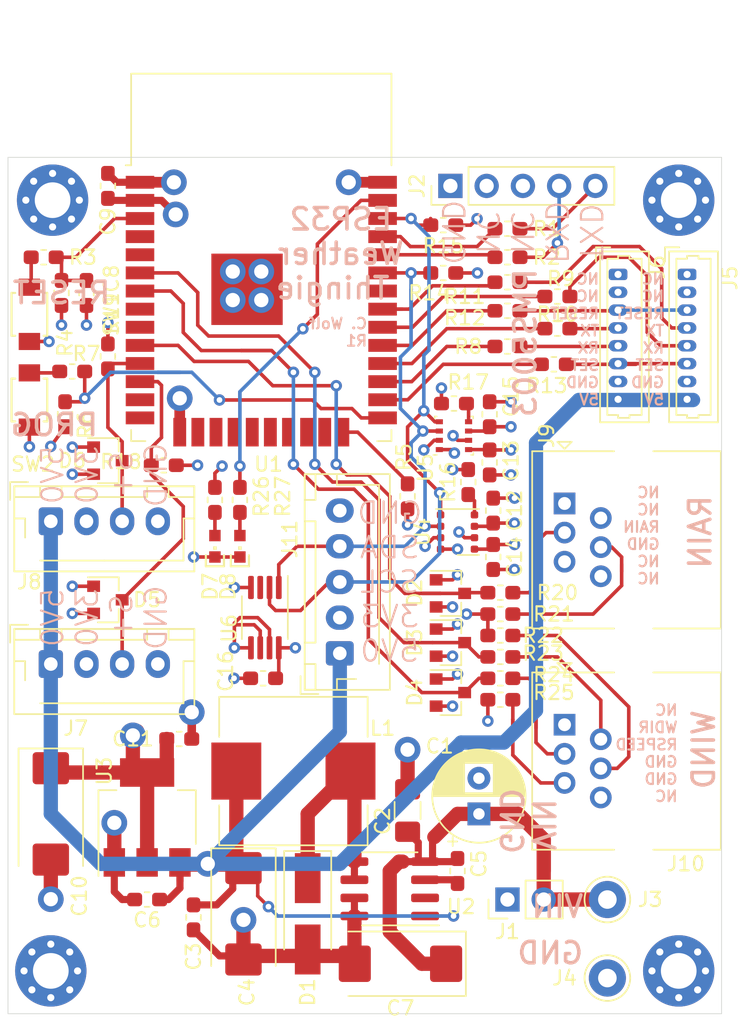
<source format=kicad_pcb>
(kicad_pcb (version 20171130) (host pcbnew "(5.1.6)-1")
  (layers (0 F.Cu signal) (1 In1.Cu signal) (2 In2.Cu signal) (31 B.Cu signal) (34 B.Paste user hide) (35 F.Paste user) (36 B.SilkS user) (37 F.SilkS user) (38 B.Mask user) (39 F.Mask user hide) (44 Edge.Cuts user))
  (net 0 "")
  (net 1 GND)
  (net 2 VCC)
  (net 3 +5V)
  (net 4 "Net-(C5-Pad2)")
  (net 5 /RESET)
  (net 6 +3V3)
  (net 7 "Net-(D1-Pad1)")
  (net 8 /TXD)
  (net 9 /RXD)
  (net 10 "Net-(J2-Pad2)")
  (net 11 "Net-(R1-Pad2)")
  (net 12 "Net-(R2-Pad2)")
  (net 13 "Net-(R3-Pad1)")
  (net 14 "Net-(R5-Pad2)")
  (net 15 /PROG)
  (net 16 "Net-(R7-Pad1)")
  (net 17 "Net-(U1-Pad32)")
  (net 18 "Net-(U1-Pad23)")
  (net 19 "Net-(U1-Pad22)")
  (net 20 "Net-(U1-Pad21)")
  (net 21 "Net-(U1-Pad20)")
  (net 22 "Net-(U1-Pad19)")
  (net 23 "Net-(U1-Pad18)")
  (net 24 "Net-(U1-Pad17)")
  (net 25 "Net-(U1-Pad13)")
  (net 26 "Net-(U1-Pad9)")
  (net 27 "Net-(U1-Pad8)")
  (net 28 "Net-(U1-Pad5)")
  (net 29 "Net-(U1-Pad4)")
  (net 30 "Net-(U2-Pad2)")
  (net 31 "Net-(J2-Pad3)")
  (net 32 "Net-(J5-Pad5)")
  (net 33 "Net-(J5-Pad4)")
  (net 34 "Net-(J6-Pad5)")
  (net 35 "Net-(J6-Pad4)")
  (net 36 "Net-(R8-Pad2)")
  (net 37 "Net-(R9-Pad2)")
  (net 38 "Net-(R10-Pad2)")
  (net 39 "Net-(R11-Pad2)")
  (net 40 "Net-(R12-Pad2)")
  (net 41 "Net-(R13-Pad2)")
  (net 42 /SDA)
  (net 43 /SCL)
  (net 44 "Net-(R16-Pad1)")
  (net 45 "Net-(R17-Pad1)")
  (net 46 "Net-(D2-Pad3)")
  (net 47 "Net-(D3-Pad3)")
  (net 48 "Net-(D4-Pad3)")
  (net 49 "Net-(J9-Pad6)")
  (net 50 "Net-(J9-Pad5)")
  (net 51 "Net-(J9-Pad4)")
  (net 52 "Net-(J9-Pad3)")
  (net 53 "Net-(J9-Pad2)")
  (net 54 "Net-(J9-Pad1)")
  (net 55 "Net-(J10-Pad6)")
  (net 56 "Net-(J10-Pad5)")
  (net 57 "Net-(J10-Pad4)")
  (net 58 "Net-(J10-Pad3)")
  (net 59 "Net-(J10-Pad2)")
  (net 60 "Net-(J10-Pad1)")
  (net 61 "Net-(D5-Pad3)")
  (net 62 "Net-(D6-Pad3)")
  (net 63 "Net-(D7-Pad2)")
  (net 64 "Net-(D8-Pad2)")
  (net 65 "Net-(R27-Pad2)")
  (net 66 /PT_RESET)
  (net 67 /PT_SET)
  (net 68 "Net-(U6-Pad3)")
  (net 69 "Net-(J5-Pad2)")
  (net 70 "Net-(J5-Pad1)")
  (net 71 "Net-(J6-Pad2)")
  (net 72 "Net-(J6-Pad1)")
  (net 73 "Net-(U1-Pad16)")
  (net 74 "Net-(U1-Pad14)")
  (module Package_SO:MSOP-8_3x3mm_P0.65mm (layer F.Cu) (at 68 82.25 270)
    (fp_text reference U6 (at 0.75 2.5 90) (layer F.SilkS))
    (fp_text value LM75C)
    (pad 8 smd roundrect (at 2.1125 -0.975 270) (size 1.625 0.4) (layers F.Cu F.Paste F.Mask) (net 6 +3V3))
    (pad 7 smd roundrect (at 2.1125 -0.325 270) (size 1.625 0.4) (layers F.Cu F.Paste F.Mask) (net 1 GND))
    (pad 6 smd roundrect (at 2.1125 0.325 270) (size 1.625 0.4) (layers F.Cu F.Paste F.Mask) (net 1 GND))
    (pad 5 smd roundrect (at 2.1125 0.975 270) (size 1.625 0.4) (layers F.Cu F.Paste F.Mask) (net 1 GND))
    (pad 4 smd roundrect (at -2.1125 0.975 270) (size 1.625 0.4) (layers F.Cu F.Paste F.Mask) (net 1 GND))
    (pad 3 smd roundrect (at -2.1125 0.325 270) (size 1.625 0.4) (layers F.Cu F.Paste F.Mask) (net 68 "Net-(U6-Pad3)"))
    (pad 2 smd roundrect (at -2.1125 -0.325 270) (size 1.625 0.4) (layers F.Cu F.Paste F.Mask) (net 43 /SCL))
    (pad 1 smd roundrect (at -2.1125 -0.975 270) (size 1.625 0.4) (layers F.Cu F.Paste F.Mask) (net 42 /SDA))
  )
  (module Capacitor_SMD:C_0603_1608Metric_Pad1.05x0.95mm_HandSolder (layer F.Cu) (at 67.875 86.5 180)
    (fp_text reference C16 (at 2.625 0.5 90) (layer F.SilkS))
    (fp_text value "0.1 uF")
    (pad 2 smd roundrect (at 0.875 0 180) (size 1.05 0.95) (layers F.Cu F.Paste F.Mask) (net 1 GND))
    (pad 1 smd roundrect (at -0.875 0 180) (size 1.05 0.95) (layers F.Cu F.Paste F.Mask) (net 6 +3V3))
  )
  (module Connector_JST:JST_XH_B5B-XH-AM_1x05_P2.50mm_Vertical (layer F.Cu) (at 73.25 84.75 90)
    (fp_text reference J11 (at 8 -3.5 90) (layer F.SilkS))
    (fp_text value Conn_01x05)
    (pad "" np_thru_hole circle (at -1.6 2 90) (size 1.2 1.2) (drill 1.2) (layers *.Cu *.Mask))
    (pad 5 thru_hole oval (at 10 0 90) (size 1.7 1.95) (drill 0.95) (layers *.Cu *.Mask) (net 1 GND))
    (pad 4 thru_hole oval (at 7.5 0 90) (size 1.7 1.95) (drill 0.95) (layers *.Cu *.Mask) (net 42 /SDA))
    (pad 3 thru_hole oval (at 5 0 90) (size 1.7 1.95) (drill 0.95) (layers *.Cu *.Mask) (net 43 /SCL))
    (pad 2 thru_hole oval (at 2.5 0 90) (size 1.7 1.95) (drill 0.95) (layers *.Cu *.Mask) (net 6 +3V3))
    (pad 1 thru_hole roundrect (at 0 0 90) (size 1.7 1.95) (drill 0.95) (layers *.Cu *.Mask) (roundrect_rratio 0.147059) (net 3 +5V))
  )
  (module Resistor_SMD:R_0603_1608Metric_Pad1.05x0.95mm_HandSolder (layer F.Cu) (at 66.25 74 90)
    (fp_text reference R27 (at 0.25 3 90) (layer F.SilkS))
    (fp_text value 1K)
    (pad 2 smd roundrect (at 0.875 0 90) (size 1.05 0.95) (layers F.Cu F.Paste F.Mask) (net 65 "Net-(R27-Pad2)"))
    (pad 1 smd roundrect (at -0.875 0 90) (size 1.05 0.95) (layers F.Cu F.Paste F.Mask) (net 64 "Net-(D8-Pad2)"))
  )
  (module custom:CHIPLED_0603 (layer F.Cu) (at 66.25 77.25 180)
    (fp_text reference D8 (at 0.25 -1.75 270) (layer F.SilkS) (effects (justify right bottom)))
    (fp_text value LED hide)
    (pad 2 smd rect (at 0 0.75 180) (size 0.8 0.8) (layers F.Cu F.Paste F.Mask) (net 64 "Net-(D8-Pad2)"))
    (pad 1 smd rect (at 0 -0.75 180) (size 0.8 0.8) (layers F.Cu F.Paste F.Mask) (net 1 GND))
  )
  (module Resistor_SMD:R_0603_1608Metric_Pad1.05x0.95mm_HandSolder (layer F.Cu) (at 64.5 74 90)
    (fp_text reference R26 (at 0.25 3.25 90) (layer F.SilkS))
    (fp_text value 1K)
    (pad 2 smd roundrect (at 0.875 0 90) (size 1.05 0.95) (layers F.Cu F.Paste F.Mask) (net 6 +3V3))
    (pad 1 smd roundrect (at -0.875 0 90) (size 1.05 0.95) (layers F.Cu F.Paste F.Mask) (net 63 "Net-(D7-Pad2)"))
  )
  (module custom:CHIPLED_0603 (layer F.Cu) (at 64.5 77.25 180)
    (fp_text reference D7 (at -0.25 -1.75 270) (layer F.SilkS) (effects (justify right bottom)))
    (fp_text value LED hide)
    (pad 2 smd rect (at 0 0.75 180) (size 0.8 0.8) (layers F.Cu F.Paste F.Mask) (net 63 "Net-(D7-Pad2)"))
    (pad 1 smd rect (at 0 -0.75 180) (size 0.8 0.8) (layers F.Cu F.Paste F.Mask) (net 1 GND))
  )
  (module Package_TO_SOT_SMD:SOT-23 (layer F.Cu) (at 57 71.25)
    (fp_text reference D6 (at -2.5 0) (layer F.SilkS))
    (fp_text value BAT54S)
    (pad 3 smd rect (at 1 0) (size 0.9 0.8) (layers F.Cu F.Paste F.Mask) (net 62 "Net-(D6-Pad3)"))
    (pad 2 smd rect (at -1 0.95) (size 0.9 0.8) (layers F.Cu F.Paste F.Mask) (net 6 +3V3))
    (pad 1 smd rect (at -1 -0.95) (size 0.9 0.8) (layers F.Cu F.Paste F.Mask) (net 1 GND))
  )
  (module Package_TO_SOT_SMD:SOT-23 (layer F.Cu) (at 57 81)
    (fp_text reference D5 (at 2.75 0) (layer F.SilkS))
    (fp_text value BAT54S)
    (pad 3 smd rect (at 1 0) (size 0.9 0.8) (layers F.Cu F.Paste F.Mask) (net 61 "Net-(D5-Pad3)"))
    (pad 2 smd rect (at -1 0.95) (size 0.9 0.8) (layers F.Cu F.Paste F.Mask) (net 6 +3V3))
    (pad 1 smd rect (at -1 -0.95) (size 0.9 0.8) (layers F.Cu F.Paste F.Mask) (net 1 GND))
  )
  (module Resistor_SMD:R_0603_1608Metric_Pad1.05x0.95mm_HandSolder (layer F.Cu) (at 84.5 88)
    (fp_text reference R25 (at 3.75 -0.5) (layer F.SilkS))
    (fp_text value 1K)
    (pad 2 smd roundrect (at 0.875 0) (size 1.05 0.95) (layers F.Cu F.Paste F.Mask) (net 56 "Net-(J10-Pad5)"))
    (pad 1 smd roundrect (at -0.875 0) (size 1.05 0.95) (layers F.Cu F.Paste F.Mask) (net 1 GND))
  )
  (module Resistor_SMD:R_0603_1608Metric_Pad1.05x0.95mm_HandSolder (layer F.Cu) (at 84.5 86.5)
    (fp_text reference R24 (at 3.75 -0.25) (layer F.SilkS))
    (fp_text value 1K)
    (pad 2 smd roundrect (at 0.875 0) (size 1.05 0.95) (layers F.Cu F.Paste F.Mask) (net 58 "Net-(J10-Pad3)"))
    (pad 1 smd roundrect (at -0.875 0) (size 1.05 0.95) (layers F.Cu F.Paste F.Mask) (net 48 "Net-(D4-Pad3)"))
  )
  (module Resistor_SMD:R_0603_1608Metric_Pad1.05x0.95mm_HandSolder (layer F.Cu) (at 84.5 85)
    (fp_text reference R23 (at 3 -0.25) (layer F.SilkS))
    (fp_text value 1K)
    (pad 2 smd roundrect (at 0.875 0) (size 1.05 0.95) (layers F.Cu F.Paste F.Mask) (net 59 "Net-(J10-Pad2)"))
    (pad 1 smd roundrect (at -0.875 0) (size 1.05 0.95) (layers F.Cu F.Paste F.Mask) (net 47 "Net-(D3-Pad3)"))
  )
  (module Resistor_SMD:R_0603_1608Metric_Pad1.05x0.95mm_HandSolder (layer F.Cu) (at 84.5 83.5)
    (fp_text reference R22 (at 3 0) (layer F.SilkS))
    (fp_text value 1K)
    (pad 2 smd roundrect (at 0.875 0) (size 1.05 0.95) (layers F.Cu F.Paste F.Mask) (net 57 "Net-(J10-Pad4)"))
    (pad 1 smd roundrect (at -0.875 0) (size 1.05 0.95) (layers F.Cu F.Paste F.Mask) (net 1 GND))
  )
  (module Resistor_SMD:R_0603_1608Metric_Pad1.05x0.95mm_HandSolder (layer F.Cu) (at 84.5 82)
    (fp_text reference R21 (at 3.75 0) (layer F.SilkS))
    (fp_text value 1K)
    (pad 2 smd roundrect (at 0.875 0) (size 1.05 0.95) (layers F.Cu F.Paste F.Mask) (net 51 "Net-(J9-Pad4)"))
    (pad 1 smd roundrect (at -0.875 0) (size 1.05 0.95) (layers F.Cu F.Paste F.Mask) (net 1 GND))
  )
  (module Resistor_SMD:R_0603_1608Metric_Pad1.05x0.95mm_HandSolder (layer F.Cu) (at 84.5 80.5)
    (fp_text reference R20 (at 4 0) (layer F.SilkS))
    (fp_text value 1K)
    (pad 2 smd roundrect (at 0.875 0) (size 1.05 0.95) (layers F.Cu F.Paste F.Mask) (net 52 "Net-(J9-Pad3)"))
    (pad 1 smd roundrect (at -0.875 0) (size 1.05 0.95) (layers F.Cu F.Paste F.Mask) (net 46 "Net-(D2-Pad3)"))
  )
  (module Connector_RJ:RJ25_Wayconn_MJEA-660X1_Horizontal (layer F.Cu) (at 89 89.75 90)
    (fp_text reference J10 (at -9.75 8.5 180) (layer F.SilkS))
    (fp_text value WIND)
    (pad "" np_thru_hole circle (at -8.55 4.84 90) (size 2.3 2.3) (drill 2.3) (layers *.Cu *.Mask))
    (pad "" np_thru_hole circle (at 3.45 4.84 90) (size 2.3 2.3) (drill 2.3) (layers *.Cu *.Mask))
    (pad 6 thru_hole circle (at -5.1 2.54 90) (size 1.52 1.52) (drill 0.9) (layers *.Cu *.Mask) (net 55 "Net-(J10-Pad6)"))
    (pad 5 thru_hole circle (at -4.08 0 90) (size 1.52 1.52) (drill 0.9) (layers *.Cu *.Mask) (net 56 "Net-(J10-Pad5)"))
    (pad 4 thru_hole circle (at -3.06 2.54 90) (size 1.52 1.52) (drill 0.9) (layers *.Cu *.Mask) (net 57 "Net-(J10-Pad4)"))
    (pad 3 thru_hole circle (at -2.04 0 90) (size 1.52 1.52) (drill 0.9) (layers *.Cu *.Mask) (net 58 "Net-(J10-Pad3)"))
    (pad 2 thru_hole circle (at -1.02 2.54 90) (size 1.52 1.52) (drill 0.9) (layers *.Cu *.Mask) (net 59 "Net-(J10-Pad2)"))
    (pad 1 thru_hole rect (at 0 0 90) (size 1.52 1.52) (drill 0.9) (layers *.Cu *.Mask) (net 60 "Net-(J10-Pad1)"))
  )
  (module Connector_RJ:RJ25_Wayconn_MJEA-660X1_Horizontal (layer F.Cu) (at 89 74.25 90)
    (fp_text reference J9 (at 4.75 -1.25 90) (layer F.SilkS))
    (fp_text value RAIN)
    (pad "" np_thru_hole circle (at -8.55 4.84 90) (size 2.3 2.3) (drill 2.3) (layers *.Cu *.Mask))
    (pad "" np_thru_hole circle (at 3.45 4.84 90) (size 2.3 2.3) (drill 2.3) (layers *.Cu *.Mask))
    (pad 6 thru_hole circle (at -5.1 2.54 90) (size 1.52 1.52) (drill 0.9) (layers *.Cu *.Mask) (net 49 "Net-(J9-Pad6)"))
    (pad 5 thru_hole circle (at -4.08 0 90) (size 1.52 1.52) (drill 0.9) (layers *.Cu *.Mask) (net 50 "Net-(J9-Pad5)"))
    (pad 4 thru_hole circle (at -3.06 2.54 90) (size 1.52 1.52) (drill 0.9) (layers *.Cu *.Mask) (net 51 "Net-(J9-Pad4)"))
    (pad 3 thru_hole circle (at -2.04 0 90) (size 1.52 1.52) (drill 0.9) (layers *.Cu *.Mask) (net 52 "Net-(J9-Pad3)"))
    (pad 2 thru_hole circle (at -1.02 2.54 90) (size 1.52 1.52) (drill 0.9) (layers *.Cu *.Mask) (net 53 "Net-(J9-Pad2)"))
    (pad 1 thru_hole rect (at 0 0 90) (size 1.52 1.52) (drill 0.9) (layers *.Cu *.Mask) (net 54 "Net-(J9-Pad1)"))
  )
  (module Package_TO_SOT_SMD:SOT-23 (layer F.Cu) (at 81 87.5)
    (fp_text reference D4 (at -2.5 0 90) (layer F.SilkS))
    (fp_text value BAT54S)
    (pad 3 smd rect (at 1 0) (size 0.9 0.8) (layers F.Cu F.Paste F.Mask) (net 48 "Net-(D4-Pad3)"))
    (pad 2 smd rect (at -1 0.95) (size 0.9 0.8) (layers F.Cu F.Paste F.Mask) (net 6 +3V3))
    (pad 1 smd rect (at -1 -0.95) (size 0.9 0.8) (layers F.Cu F.Paste F.Mask) (net 1 GND))
  )
  (module Package_TO_SOT_SMD:SOT-23 (layer F.Cu) (at 81 84)
    (fp_text reference D3 (at -2.5 0 90) (layer F.SilkS))
    (fp_text value BAT54S)
    (pad 3 smd rect (at 1 0) (size 0.9 0.8) (layers F.Cu F.Paste F.Mask) (net 47 "Net-(D3-Pad3)"))
    (pad 2 smd rect (at -1 0.95) (size 0.9 0.8) (layers F.Cu F.Paste F.Mask) (net 6 +3V3))
    (pad 1 smd rect (at -1 -0.95) (size 0.9 0.8) (layers F.Cu F.Paste F.Mask) (net 1 GND))
  )
  (module Package_TO_SOT_SMD:SOT-23 (layer F.Cu) (at 81 80.55)
    (fp_text reference D2 (at -2.5 -0.05 90) (layer F.SilkS))
    (fp_text value BAT54S)
    (pad 3 smd rect (at 1 0) (size 0.9 0.8) (layers F.Cu F.Paste F.Mask) (net 46 "Net-(D2-Pad3)"))
    (pad 2 smd rect (at -1 0.95) (size 0.9 0.8) (layers F.Cu F.Paste F.Mask) (net 6 +3V3))
    (pad 1 smd rect (at -1 -0.95) (size 0.9 0.8) (layers F.Cu F.Paste F.Mask) (net 1 GND))
  )
  (module Resistor_SMD:R_0603_1608Metric_Pad1.05x0.95mm_HandSolder (layer F.Cu) (at 57 63.948 90)
    (fp_text reference R19 (at 3 0.25 270) (layer F.SilkS))
    (fp_text value 4.7K)
    (pad 2 smd roundrect (at 0.875 0 90) (size 1.05 0.95) (layers F.Cu F.Paste F.Mask) (net 6 +3V3))
    (pad 1 smd roundrect (at -0.875 0 90) (size 1.05 0.95) (layers F.Cu F.Paste F.Mask) (net 62 "Net-(D6-Pad3)"))
  )
  (module Resistor_SMD:R_0603_1608Metric_Pad1.05x0.95mm_HandSolder (layer F.Cu) (at 60.915 71.574)
    (fp_text reference R18 (at -3 -0.25) (layer F.SilkS))
    (fp_text value 4.7K)
    (pad 2 smd roundrect (at 0.875 0) (size 1.05 0.95) (layers F.Cu F.Paste F.Mask) (net 6 +3V3))
    (pad 1 smd roundrect (at -0.875 0) (size 1.05 0.95) (layers F.Cu F.Paste F.Mask) (net 61 "Net-(D5-Pad3)"))
  )
  (module Connector_JST:JST_XH_B4B-XH-AM_1x04_P2.50mm_Vertical (layer F.Cu) (at 53 75.5)
    (fp_text reference J8 (at -1.5 4.25) (layer F.SilkS))
    (fp_text value Conn_01x04)
    (pad "" np_thru_hole circle (at -1.6 2) (size 1.2 1.2) (drill 1.2) (layers *.Cu *.Mask))
    (pad 4 thru_hole oval (at 7.5 0) (size 1.7 1.95) (drill 0.95) (layers *.Cu *.Mask) (net 1 GND))
    (pad 3 thru_hole oval (at 5 0) (size 1.7 1.95) (drill 0.95) (layers *.Cu *.Mask) (net 62 "Net-(D6-Pad3)"))
    (pad 2 thru_hole oval (at 2.5 0) (size 1.7 1.95) (drill 0.95) (layers *.Cu *.Mask) (net 6 +3V3))
    (pad 1 thru_hole roundrect (at 0 0) (size 1.7 1.95) (drill 0.95) (layers *.Cu *.Mask) (roundrect_rratio 0.147059) (net 3 +5V))
  )
  (module Connector_JST:JST_XH_B4B-XH-AM_1x04_P2.50mm_Vertical (layer F.Cu) (at 53 85.5)
    (fp_text reference J7 (at 1.75 4.5) (layer F.SilkS))
    (fp_text value Conn_01x04)
    (pad "" np_thru_hole circle (at -1.6 2) (size 1.2 1.2) (drill 1.2) (layers *.Cu *.Mask))
    (pad 4 thru_hole oval (at 7.5 0) (size 1.7 1.95) (drill 0.95) (layers *.Cu *.Mask) (net 1 GND))
    (pad 3 thru_hole oval (at 5 0) (size 1.7 1.95) (drill 0.95) (layers *.Cu *.Mask) (net 61 "Net-(D5-Pad3)"))
    (pad 2 thru_hole oval (at 2.5 0) (size 1.7 1.95) (drill 0.95) (layers *.Cu *.Mask) (net 6 +3V3))
    (pad 1 thru_hole roundrect (at 0 0) (size 1.7 1.95) (drill 0.95) (layers *.Cu *.Mask) (roundrect_rratio 0.147059) (net 3 +5V))
  )
  (module Package_LGA:Bosch_LGA-8_2.5x2.5mm_P0.65mm_ClockwisePinNumbering (layer F.Cu) (at 81.25 69.5 90)
    (fp_text reference U5 (at -2.25 -2 90) (layer F.SilkS))
    (fp_text value BME280)
    (pad 5 smd rect (at 0.975 1.025 180) (size 0.5 0.35) (layers F.Cu F.Paste F.Mask) (net 45 "Net-(R17-Pad1)"))
    (pad 6 smd rect (at 0.325 1.025 180) (size 0.5 0.35) (layers F.Cu F.Paste F.Mask) (net 6 +3V3))
    (pad 7 smd rect (at -0.325 1.025 180) (size 0.5 0.35) (layers F.Cu F.Paste F.Mask) (net 1 GND))
    (pad 8 smd rect (at -0.975 1.025 180) (size 0.5 0.35) (layers F.Cu F.Paste F.Mask) (net 6 +3V3))
    (pad 1 smd rect (at -0.975 -1.025 180) (size 0.5 0.35) (layers F.Cu F.Paste F.Mask) (net 1 GND))
    (pad 2 smd rect (at -0.325 -1.025 180) (size 0.5 0.35) (layers F.Cu F.Paste F.Mask) (net 6 +3V3))
    (pad 3 smd rect (at 0.325 -1.025 180) (size 0.5 0.35) (layers F.Cu F.Paste F.Mask) (net 42 /SDA))
    (pad 4 smd rect (at 0.975 -1.025 180) (size 0.5 0.35) (layers F.Cu F.Paste F.Mask) (net 43 /SCL))
  )
  (module Package_LGA:Bosch_LGA-8_3x3mm_P0.8mm_ClockwisePinNumbering (layer F.Cu) (at 81.5 76.25 90)
    (fp_text reference U4 (at 0 -2.45 90) (layer F.SilkS))
    (fp_text value BME680)
    (pad 8 smd roundrect (at -1.2 1.1875 90) (size 0.5 0.525) (layers F.Cu F.Paste F.Mask) (net 6 +3V3))
    (pad 7 smd roundrect (at -0.4 1.1875 90) (size 0.5 0.525) (layers F.Cu F.Paste F.Mask) (net 1 GND))
    (pad 6 smd roundrect (at 0.4 1.1875 90) (size 0.5 0.525) (layers F.Cu F.Paste F.Mask) (net 6 +3V3))
    (pad 5 smd roundrect (at 1.2 1.1875 90) (size 0.5 0.525) (layers F.Cu F.Paste F.Mask) (net 44 "Net-(R16-Pad1)"))
    (pad 4 smd roundrect (at 1.2 -1.1875 90) (size 0.5 0.525) (layers F.Cu F.Paste F.Mask) (net 43 /SCL))
    (pad 3 smd roundrect (at 0.4 -1.1875 90) (size 0.5 0.525) (layers F.Cu F.Paste F.Mask) (net 42 /SDA))
    (pad 2 smd roundrect (at -0.4 -1.1875 90) (size 0.5 0.525) (layers F.Cu F.Paste F.Mask) (net 6 +3V3))
    (pad 1 smd roundrect (at -1.2 -1.1875 90) (size 0.5 0.525) (layers F.Cu F.Paste F.Mask) (net 1 GND))
  )
  (module Resistor_SMD:R_0603_1608Metric_Pad1.05x0.95mm_HandSolder (layer F.Cu) (at 81.25 67.25 180)
    (fp_text reference R17 (at -1 1.5) (layer F.SilkS))
    (fp_text value 4.7K)
    (pad 2 smd roundrect (at 0.875 0 180) (size 1.05 0.95) (layers F.Cu F.Paste F.Mask) (net 6 +3V3))
    (pad 1 smd roundrect (at -0.875 0 180) (size 1.05 0.95) (layers F.Cu F.Paste F.Mask) (net 45 "Net-(R17-Pad1)"))
  )
  (module Resistor_SMD:R_0603_1608Metric_Pad1.05x0.95mm_HandSolder (layer F.Cu) (at 82.25 72.75 90)
    (fp_text reference R16 (at 0 -1.43 90) (layer F.SilkS))
    (fp_text value 4.7K)
    (pad 2 smd roundrect (at 0.875 0 90) (size 1.05 0.95) (layers F.Cu F.Paste F.Mask) (net 6 +3V3))
    (pad 1 smd roundrect (at -0.875 0 90) (size 1.05 0.95) (layers F.Cu F.Paste F.Mask) (net 44 "Net-(R16-Pad1)"))
  )
  (module Resistor_SMD:R_0603_1608Metric_Pad1.05x0.95mm_HandSolder (layer F.Cu) (at 80.5 54.75)
    (fp_text reference R15 (at 0 1.45) (layer F.SilkS))
    (fp_text value 4.7K)
    (pad 2 smd roundrect (at 0.875 0) (size 1.05 0.95) (layers F.Cu F.Paste F.Mask) (net 6 +3V3))
    (pad 1 smd roundrect (at -0.875 0) (size 1.05 0.95) (layers F.Cu F.Paste F.Mask) (net 43 /SCL))
  )
  (module Resistor_SMD:R_0603_1608Metric_Pad1.05x0.95mm_HandSolder (layer F.Cu) (at 80.5 58.1)
    (fp_text reference R14 (at -1 1.4) (layer F.SilkS))
    (fp_text value 4.7K)
    (pad 2 smd roundrect (at 0.875 0) (size 1.05 0.95) (layers F.Cu F.Paste F.Mask) (net 6 +3V3))
    (pad 1 smd roundrect (at -0.875 0) (size 1.05 0.95) (layers F.Cu F.Paste F.Mask) (net 42 /SDA))
  )
  (module Capacitor_SMD:C_0603_1608Metric_Pad1.05x0.95mm_HandSolder (layer F.Cu) (at 83.75 68 90)
    (fp_text reference C15 (at 1.25 1.5 90) (layer F.SilkS))
    (fp_text value "0.1 uF")
    (pad 2 smd roundrect (at 0.875 0 90) (size 1.05 0.95) (layers F.Cu F.Paste F.Mask) (net 1 GND))
    (pad 1 smd roundrect (at -0.875 0 90) (size 1.05 0.95) (layers F.Cu F.Paste F.Mask) (net 6 +3V3))
  )
  (module Capacitor_SMD:C_0603_1608Metric_Pad1.05x0.95mm_HandSolder (layer F.Cu) (at 84 78 270)
    (fp_text reference C14 (at 0 -1.5 90) (layer F.SilkS))
    (fp_text value "0.1 uF")
    (pad 2 smd roundrect (at 0.875 0 270) (size 1.05 0.95) (layers F.Cu F.Paste F.Mask) (net 1 GND))
    (pad 1 smd roundrect (at -0.875 0 270) (size 1.05 0.95) (layers F.Cu F.Paste F.Mask) (net 6 +3V3))
  )
  (module Capacitor_SMD:C_0603_1608Metric_Pad1.05x0.95mm_HandSolder (layer F.Cu) (at 83.75 71.375 270)
    (fp_text reference C13 (at -0.125 -1.5 90) (layer F.SilkS))
    (fp_text value "0.1 uF")
    (pad 2 smd roundrect (at 0.875 0 270) (size 1.05 0.95) (layers F.Cu F.Paste F.Mask) (net 1 GND))
    (pad 1 smd roundrect (at -0.875 0 270) (size 1.05 0.95) (layers F.Cu F.Paste F.Mask) (net 6 +3V3))
  )
  (module Capacitor_SMD:C_0603_1608Metric_Pad1.05x0.95mm_HandSolder (layer F.Cu) (at 84 74.75 90)
    (fp_text reference C12 (at 0 1.5 90) (layer F.SilkS))
    (fp_text value "0.1 uF")
    (pad 2 smd roundrect (at 0.875 0 90) (size 1.05 0.95) (layers F.Cu F.Paste F.Mask) (net 1 GND))
    (pad 1 smd roundrect (at -0.875 0 90) (size 1.05 0.95) (layers F.Cu F.Paste F.Mask) (net 6 +3V3))
  )
  (module Resistor_SMD:R_0603_1608Metric_Pad1.05x0.95mm_HandSolder (layer F.Cu) (at 88.25 64.5 180)
    (fp_text reference R13 (at 0.5 -1.5) (layer F.SilkS))
    (fp_text value 470R)
    (pad 2 smd roundrect (at 0.875 0 180) (size 1.05 0.95) (layers F.Cu F.Paste F.Mask) (net 41 "Net-(R13-Pad2)"))
    (pad 1 smd roundrect (at -0.875 0 180) (size 1.05 0.95) (layers F.Cu F.Paste F.Mask) (net 67 /PT_SET))
  )
  (module Resistor_SMD:R_0603_1608Metric_Pad1.05x0.95mm_HandSolder (layer F.Cu) (at 85 60.75 180)
    (fp_text reference R12 (at 3 -0.5) (layer F.SilkS))
    (fp_text value 470R)
    (pad 2 smd roundrect (at 0.875 0 180) (size 1.05 0.95) (layers F.Cu F.Paste F.Mask) (net 40 "Net-(R12-Pad2)"))
    (pad 1 smd roundrect (at -0.875 0 180) (size 1.05 0.95) (layers F.Cu F.Paste F.Mask) (net 66 /PT_RESET))
  )
  (module Resistor_SMD:R_0603_1608Metric_Pad1.05x0.95mm_HandSolder (layer F.Cu) (at 85 58.75 180)
    (fp_text reference R11 (at 3 -1) (layer F.SilkS))
    (fp_text value 470R)
    (pad 2 smd roundrect (at 0.875 0 180) (size 1.05 0.95) (layers F.Cu F.Paste F.Mask) (net 39 "Net-(R11-Pad2)"))
    (pad 1 smd roundrect (at -0.875 0 180) (size 1.05 0.95) (layers F.Cu F.Paste F.Mask) (net 33 "Net-(J5-Pad4)"))
  )
  (module Resistor_SMD:R_0603_1608Metric_Pad1.05x0.95mm_HandSolder (layer F.Cu) (at 88.5 62 180)
    (fp_text reference R10 (at 0 1) (layer F.SilkS))
    (fp_text value 470R)
    (pad 2 smd roundrect (at 0.875 0 180) (size 1.05 0.95) (layers F.Cu F.Paste F.Mask) (net 38 "Net-(R10-Pad2)"))
    (pad 1 smd roundrect (at -0.875 0 180) (size 1.05 0.95) (layers F.Cu F.Paste F.Mask) (net 35 "Net-(J6-Pad4)"))
  )
  (module Resistor_SMD:R_0603_1608Metric_Pad1.05x0.95mm_HandSolder (layer F.Cu) (at 88.5 59.75 180)
    (fp_text reference R9 (at -0.25 1.25) (layer F.SilkS))
    (fp_text value 470R)
    (pad 2 smd roundrect (at 0.875 0 180) (size 1.05 0.95) (layers F.Cu F.Paste F.Mask) (net 37 "Net-(R9-Pad2)"))
    (pad 1 smd roundrect (at -0.875 0 180) (size 1.05 0.95) (layers F.Cu F.Paste F.Mask) (net 32 "Net-(J5-Pad5)"))
  )
  (module Resistor_SMD:R_0603_1608Metric_Pad1.05x0.95mm_HandSolder (layer F.Cu) (at 85 63.25 180)
    (fp_text reference R8 (at 2.75 0) (layer F.SilkS))
    (fp_text value 470R)
    (pad 2 smd roundrect (at 0.875 0 180) (size 1.05 0.95) (layers F.Cu F.Paste F.Mask) (net 36 "Net-(R8-Pad2)"))
    (pad 1 smd roundrect (at -0.875 0 180) (size 1.05 0.95) (layers F.Cu F.Paste F.Mask) (net 34 "Net-(J6-Pad5)"))
  )
  (module Connector_Molex:Molex_PicoBlade_53047-0810_1x08_P1.25mm_Vertical (layer F.Cu) (at 92.75 58.202 270)
    (fp_text reference J6 (at -0.5 -2.75 90) (layer F.SilkS))
    (fp_text value Conn_01x08)
    (pad 8 thru_hole oval (at 8.75 0 270) (size 0.8 1.3) (drill 0.5) (layers *.Cu *.Mask) (net 3 +5V))
    (pad 7 thru_hole oval (at 7.5 0 270) (size 0.8 1.3) (drill 0.5) (layers *.Cu *.Mask) (net 1 GND))
    (pad 6 thru_hole oval (at 6.25 0 270) (size 0.8 1.3) (drill 0.5) (layers *.Cu *.Mask) (net 67 /PT_SET))
    (pad 5 thru_hole oval (at 5 0 270) (size 0.8 1.3) (drill 0.5) (layers *.Cu *.Mask) (net 34 "Net-(J6-Pad5)"))
    (pad 4 thru_hole oval (at 3.75 0 270) (size 0.8 1.3) (drill 0.5) (layers *.Cu *.Mask) (net 35 "Net-(J6-Pad4)"))
    (pad 3 thru_hole oval (at 2.5 0 270) (size 0.8 1.3) (drill 0.5) (layers *.Cu *.Mask) (net 66 /PT_RESET))
    (pad 2 thru_hole oval (at 1.25 0 270) (size 0.8 1.3) (drill 0.5) (layers *.Cu *.Mask) (net 71 "Net-(J6-Pad2)"))
    (pad 1 thru_hole roundrect (at 0 0 270) (size 0.8 1.3) (drill 0.5) (layers *.Cu *.Mask) (net 72 "Net-(J6-Pad1)"))
  )
  (module Connector_Molex:Molex_PicoBlade_53047-0810_1x08_P1.25mm_Vertical (layer F.Cu) (at 97.586 58.202 270)
    (fp_text reference J5 (at 0.25 -3 90) (layer F.SilkS))
    (fp_text value Conn_01x08)
    (pad 8 thru_hole oval (at 8.75 0 270) (size 0.8 1.3) (drill 0.5) (layers *.Cu *.Mask) (net 3 +5V))
    (pad 7 thru_hole oval (at 7.5 0 270) (size 0.8 1.3) (drill 0.5) (layers *.Cu *.Mask) (net 1 GND))
    (pad 6 thru_hole oval (at 6.25 0 270) (size 0.8 1.3) (drill 0.5) (layers *.Cu *.Mask) (net 67 /PT_SET))
    (pad 5 thru_hole oval (at 5 0 270) (size 0.8 1.3) (drill 0.5) (layers *.Cu *.Mask) (net 32 "Net-(J5-Pad5)"))
    (pad 4 thru_hole oval (at 3.75 0 270) (size 0.8 1.3) (drill 0.5) (layers *.Cu *.Mask) (net 33 "Net-(J5-Pad4)"))
    (pad 3 thru_hole oval (at 2.5 0 270) (size 0.8 1.3) (drill 0.5) (layers *.Cu *.Mask) (net 66 /PT_RESET))
    (pad 2 thru_hole oval (at 1.25 0 270) (size 0.8 1.3) (drill 0.5) (layers *.Cu *.Mask) (net 69 "Net-(J5-Pad2)"))
    (pad 1 thru_hole roundrect (at 0 0 270) (size 0.8 1.3) (drill 0.5) (layers *.Cu *.Mask) (net 70 "Net-(J5-Pad1)"))
  )
  (module MountingHole:MountingHole_2.5mm_Pad_Via (layer F.Cu) (at 97 107)
    (fp_text reference H4 hide)
    (fp_text value MountingHole)
    (pad 1 thru_hole circle (at 1.325825 -1.325825) (size 0.8 0.8) (drill 0.5) (layers *.Cu *.Mask))
    (pad 1 thru_hole circle (at 0 -1.875) (size 0.8 0.8) (drill 0.5) (layers *.Cu *.Mask))
    (pad 1 thru_hole circle (at -1.325825 -1.325825) (size 0.8 0.8) (drill 0.5) (layers *.Cu *.Mask))
    (pad 1 thru_hole circle (at -1.875 0) (size 0.8 0.8) (drill 0.5) (layers *.Cu *.Mask))
    (pad 1 thru_hole circle (at -1.325825 1.325825) (size 0.8 0.8) (drill 0.5) (layers *.Cu *.Mask))
    (pad 1 thru_hole circle (at 0 1.875) (size 0.8 0.8) (drill 0.5) (layers *.Cu *.Mask))
    (pad 1 thru_hole circle (at 1.325825 1.325825) (size 0.8 0.8) (drill 0.5) (layers *.Cu *.Mask))
    (pad 1 thru_hole circle (at 1.875 0) (size 0.8 0.8) (drill 0.5) (layers *.Cu *.Mask))
    (pad 1 thru_hole circle (at 0 0) (size 5 5) (drill 2.5) (layers *.Cu *.Mask))
  )
  (module MountingHole:MountingHole_2.5mm_Pad_Via (layer F.Cu) (at 97 53)
    (fp_text reference H3 hide)
    (fp_text value MountingHole)
    (pad 1 thru_hole circle (at 1.325825 -1.325825) (size 0.8 0.8) (drill 0.5) (layers *.Cu *.Mask))
    (pad 1 thru_hole circle (at 0 -1.875) (size 0.8 0.8) (drill 0.5) (layers *.Cu *.Mask))
    (pad 1 thru_hole circle (at -1.325825 -1.325825) (size 0.8 0.8) (drill 0.5) (layers *.Cu *.Mask))
    (pad 1 thru_hole circle (at -1.875 0) (size 0.8 0.8) (drill 0.5) (layers *.Cu *.Mask))
    (pad 1 thru_hole circle (at -1.325825 1.325825) (size 0.8 0.8) (drill 0.5) (layers *.Cu *.Mask))
    (pad 1 thru_hole circle (at 0 1.875) (size 0.8 0.8) (drill 0.5) (layers *.Cu *.Mask))
    (pad 1 thru_hole circle (at 1.325825 1.325825) (size 0.8 0.8) (drill 0.5) (layers *.Cu *.Mask))
    (pad 1 thru_hole circle (at 1.875 0) (size 0.8 0.8) (drill 0.5) (layers *.Cu *.Mask))
    (pad 1 thru_hole circle (at 0 0) (size 5 5) (drill 2.5) (layers *.Cu *.Mask))
  )
  (module MountingHole:MountingHole_2.5mm_Pad_Via (layer F.Cu) (at 53 107)
    (fp_text reference H2 hide)
    (fp_text value MountingHole)
    (pad 1 thru_hole circle (at 1.325825 -1.325825) (size 0.8 0.8) (drill 0.5) (layers *.Cu *.Mask))
    (pad 1 thru_hole circle (at 0 -1.875) (size 0.8 0.8) (drill 0.5) (layers *.Cu *.Mask))
    (pad 1 thru_hole circle (at -1.325825 -1.325825) (size 0.8 0.8) (drill 0.5) (layers *.Cu *.Mask))
    (pad 1 thru_hole circle (at -1.875 0) (size 0.8 0.8) (drill 0.5) (layers *.Cu *.Mask))
    (pad 1 thru_hole circle (at -1.325825 1.325825) (size 0.8 0.8) (drill 0.5) (layers *.Cu *.Mask))
    (pad 1 thru_hole circle (at 0 1.875) (size 0.8 0.8) (drill 0.5) (layers *.Cu *.Mask))
    (pad 1 thru_hole circle (at 1.325825 1.325825) (size 0.8 0.8) (drill 0.5) (layers *.Cu *.Mask))
    (pad 1 thru_hole circle (at 1.875 0) (size 0.8 0.8) (drill 0.5) (layers *.Cu *.Mask))
    (pad 1 thru_hole circle (at 0 0) (size 5 5) (drill 2.5) (layers *.Cu *.Mask))
  )
  (module MountingHole:MountingHole_2.5mm_Pad_Via (layer F.Cu) (at 53.125 53)
    (fp_text reference H1 hide)
    (fp_text value MountingHole)
    (pad 1 thru_hole circle (at 1.325825 -1.325825) (size 0.8 0.8) (drill 0.5) (layers *.Cu *.Mask))
    (pad 1 thru_hole circle (at 0 -1.875) (size 0.8 0.8) (drill 0.5) (layers *.Cu *.Mask))
    (pad 1 thru_hole circle (at -1.325825 -1.325825) (size 0.8 0.8) (drill 0.5) (layers *.Cu *.Mask))
    (pad 1 thru_hole circle (at -1.875 0) (size 0.8 0.8) (drill 0.5) (layers *.Cu *.Mask))
    (pad 1 thru_hole circle (at -1.325825 1.325825) (size 0.8 0.8) (drill 0.5) (layers *.Cu *.Mask))
    (pad 1 thru_hole circle (at 0 1.875) (size 0.8 0.8) (drill 0.5) (layers *.Cu *.Mask))
    (pad 1 thru_hole circle (at 1.325825 1.325825) (size 0.8 0.8) (drill 0.5) (layers *.Cu *.Mask))
    (pad 1 thru_hole circle (at 1.875 0) (size 0.8 0.8) (drill 0.5) (layers *.Cu *.Mask))
    (pad 1 thru_hole circle (at 0 0) (size 5 5) (drill 2.5) (layers *.Cu *.Mask))
  )
  (module Package_TO_SOT_SMD:SOT-223-3_TabPin2 (layer F.Cu) (at 59.75 96.25 90)
    (fp_text reference U3 (at 3.25 -3 90) (layer F.SilkS))
    (fp_text value AMS1117-3.3)
    (pad 1 smd rect (at -3.15 -2.3 90) (size 2 1.5) (layers F.Cu F.Paste F.Mask) (net 1 GND))
    (pad 3 smd rect (at -3.15 2.3 90) (size 2 1.5) (layers F.Cu F.Paste F.Mask) (net 3 +5V))
    (pad 2 smd rect (at -3.15 0 90) (size 2 1.5) (layers F.Cu F.Paste F.Mask) (net 6 +3V3))
    (pad 2 smd rect (at 3.15 0 90) (size 2 3.8) (layers F.Cu F.Paste F.Mask) (net 6 +3V3))
  )
  (module Package_SO:SOIC-8_3.9x4.9mm_P1.27mm (layer F.Cu) (at 76.75 101.25 180)
    (fp_text reference U2 (at -5 -1.25) (layer F.SilkS))
    (fp_text value XL2001)
    (pad 8 smd roundrect (at 2.475 -1.905 180) (size 1.95 0.6) (layers F.Cu F.Paste F.Mask) (net 1 GND))
    (pad 7 smd roundrect (at 2.475 -0.635 180) (size 1.95 0.6) (layers F.Cu F.Paste F.Mask) (net 1 GND))
    (pad 6 smd roundrect (at 2.475 0.635 180) (size 1.95 0.6) (layers F.Cu F.Paste F.Mask) (net 7 "Net-(D1-Pad1)"))
    (pad 5 smd roundrect (at 2.475 1.905 180) (size 1.95 0.6) (layers F.Cu F.Paste F.Mask) (net 7 "Net-(D1-Pad1)"))
    (pad 4 smd roundrect (at -2.475 1.905 180) (size 1.95 0.6) (layers F.Cu F.Paste F.Mask) (net 2 VCC))
    (pad 3 smd roundrect (at -2.475 0.635 180) (size 1.95 0.6) (layers F.Cu F.Paste F.Mask) (net 4 "Net-(C5-Pad2)"))
    (pad 2 smd roundrect (at -2.475 -0.635 180) (size 1.95 0.6) (layers F.Cu F.Paste F.Mask) (net 30 "Net-(U2-Pad2)"))
    (pad 1 smd roundrect (at -2.475 -1.905 180) (size 1.95 0.6) (layers F.Cu F.Paste F.Mask) (net 3 +5V))
  )
  (module RF_Module:ESP32-WROOM-32 (layer F.Cu) (at 67.75 60)
    (fp_text reference U1 (at 0.5 11.5 180) (layer F.SilkS))
    (fp_text value ESP32-WROOM-32D)
    (pad 38 smd rect (at 8.5 -8.255) (size 2 0.9) (layers F.Cu F.Paste F.Mask) (net 1 GND))
    (pad 37 smd rect (at 8.5 -6.985) (size 2 0.9) (layers F.Cu F.Paste F.Mask) (net 65 "Net-(R27-Pad2)"))
    (pad 36 smd rect (at 8.5 -5.715) (size 2 0.9) (layers F.Cu F.Paste F.Mask) (net 43 /SCL))
    (pad 35 smd rect (at 8.5 -4.445) (size 2 0.9) (layers F.Cu F.Paste F.Mask) (net 11 "Net-(R1-Pad2)"))
    (pad 34 smd rect (at 8.5 -3.175) (size 2 0.9) (layers F.Cu F.Paste F.Mask) (net 12 "Net-(R2-Pad2)"))
    (pad 33 smd rect (at 8.5 -1.905) (size 2 0.9) (layers F.Cu F.Paste F.Mask) (net 42 /SDA))
    (pad 32 smd rect (at 8.5 -0.635) (size 2 0.9) (layers F.Cu F.Paste F.Mask) (net 17 "Net-(U1-Pad32)"))
    (pad 31 smd rect (at 8.5 0.635) (size 2 0.9) (layers F.Cu F.Paste F.Mask) (net 39 "Net-(R11-Pad2)"))
    (pad 30 smd rect (at 8.5 1.905) (size 2 0.9) (layers F.Cu F.Paste F.Mask) (net 37 "Net-(R9-Pad2)"))
    (pad 29 smd rect (at 8.5 3.175) (size 2 0.9) (layers F.Cu F.Paste F.Mask) (net 40 "Net-(R12-Pad2)"))
    (pad 28 smd rect (at 8.5 4.445) (size 2 0.9) (layers F.Cu F.Paste F.Mask) (net 38 "Net-(R10-Pad2)"))
    (pad 27 smd rect (at 8.5 5.715) (size 2 0.9) (layers F.Cu F.Paste F.Mask) (net 36 "Net-(R8-Pad2)"))
    (pad 26 smd rect (at 8.5 6.985) (size 2 0.9) (layers F.Cu F.Paste F.Mask) (net 41 "Net-(R13-Pad2)"))
    (pad 25 smd rect (at 8.5 8.255) (size 2 0.9) (layers F.Cu F.Paste F.Mask) (net 15 /PROG))
    (pad 24 smd rect (at 5.715 9.255 90) (size 2 0.9) (layers F.Cu F.Paste F.Mask) (net 14 "Net-(R5-Pad2)"))
    (pad 23 smd rect (at 4.445 9.255 90) (size 2 0.9) (layers F.Cu F.Paste F.Mask) (net 18 "Net-(U1-Pad23)"))
    (pad 22 smd rect (at 3.175 9.255 90) (size 2 0.9) (layers F.Cu F.Paste F.Mask) (net 19 "Net-(U1-Pad22)"))
    (pad 21 smd rect (at 1.905 9.255 90) (size 2 0.9) (layers F.Cu F.Paste F.Mask) (net 20 "Net-(U1-Pad21)"))
    (pad 20 smd rect (at 0.635 9.255 90) (size 2 0.9) (layers F.Cu F.Paste F.Mask) (net 21 "Net-(U1-Pad20)"))
    (pad 19 smd rect (at -0.635 9.255 90) (size 2 0.9) (layers F.Cu F.Paste F.Mask) (net 22 "Net-(U1-Pad19)"))
    (pad 18 smd rect (at -1.905 9.255 90) (size 2 0.9) (layers F.Cu F.Paste F.Mask) (net 23 "Net-(U1-Pad18)"))
    (pad 17 smd rect (at -3.175 9.255 90) (size 2 0.9) (layers F.Cu F.Paste F.Mask) (net 24 "Net-(U1-Pad17)"))
    (pad 16 smd rect (at -4.445 9.255 90) (size 2 0.9) (layers F.Cu F.Paste F.Mask) (net 73 "Net-(U1-Pad16)"))
    (pad 15 smd rect (at -5.715 9.255 90) (size 2 0.9) (layers F.Cu F.Paste F.Mask) (net 1 GND))
    (pad 14 smd rect (at -8.5 8.255) (size 2 0.9) (layers F.Cu F.Paste F.Mask) (net 74 "Net-(U1-Pad14)"))
    (pad 13 smd rect (at -8.5 6.985) (size 2 0.9) (layers F.Cu F.Paste F.Mask) (net 25 "Net-(U1-Pad13)"))
    (pad 12 smd rect (at -8.5 5.715) (size 2 0.9) (layers F.Cu F.Paste F.Mask) (net 61 "Net-(D5-Pad3)"))
    (pad 11 smd rect (at -8.5 4.445) (size 2 0.9) (layers F.Cu F.Paste F.Mask) (net 62 "Net-(D6-Pad3)"))
    (pad 10 smd rect (at -8.5 3.175) (size 2 0.9) (layers F.Cu F.Paste F.Mask) (net 46 "Net-(D2-Pad3)"))
    (pad 9 smd rect (at -8.5 1.905) (size 2 0.9) (layers F.Cu F.Paste F.Mask) (net 26 "Net-(U1-Pad9)"))
    (pad 8 smd rect (at -8.5 0.635) (size 2 0.9) (layers F.Cu F.Paste F.Mask) (net 27 "Net-(U1-Pad8)"))
    (pad 7 smd rect (at -8.5 -0.635) (size 2 0.9) (layers F.Cu F.Paste F.Mask) (net 48 "Net-(D4-Pad3)"))
    (pad 6 smd rect (at -8.5 -1.905) (size 2 0.9) (layers F.Cu F.Paste F.Mask) (net 47 "Net-(D3-Pad3)"))
    (pad 5 smd rect (at -8.5 -3.175) (size 2 0.9) (layers F.Cu F.Paste F.Mask) (net 28 "Net-(U1-Pad5)"))
    (pad 4 smd rect (at -8.5 -4.445) (size 2 0.9) (layers F.Cu F.Paste F.Mask) (net 29 "Net-(U1-Pad4)"))
    (pad 3 smd rect (at -8.5 -5.715) (size 2 0.9) (layers F.Cu F.Paste F.Mask) (net 5 /RESET))
    (pad 2 smd rect (at -8.5 -6.985) (size 2 0.9) (layers F.Cu F.Paste F.Mask) (net 6 +3V3))
    (pad 1 smd rect (at -8.5 -8.255) (size 2 0.9) (layers F.Cu F.Paste F.Mask) (net 1 GND))
    (pad 39 smd rect (at -1 -0.755) (size 5 5) (layers F.Cu F.Paste F.Mask) (net 1 GND))
  )
  (module custom:K2-1823SA-A4DW-06 (layer F.Cu) (at 51.5 67 270)
    (fp_text reference SW2 (at 4.5 -0.25 180) (layer F.SilkS))
    (fp_text value SW_Push)
    (pad 2 smd rect (at 1.9 0 270) (size 1.2 1.5) (layers F.Cu F.Paste F.Mask) (net 1 GND))
    (pad 1 smd rect (at -1.9 0 270) (size 1.2 1.5) (layers F.Cu F.Paste F.Mask) (net 16 "Net-(R7-Pad1)"))
    (pad "" np_thru_hole circle (at 0 0 270) (size 0.7 0.7) (drill 0.7) (layers *.Cu *.Mask))
  )
  (module custom:K2-1823SA-A4DW-06 (layer F.Cu) (at 51.5 61 270)
    (fp_text reference SW1 (at 0 -5.75 270) (layer F.SilkS))
    (fp_text value SW_Push)
    (pad 2 smd rect (at 1.9 0 270) (size 1.2 1.5) (layers F.Cu F.Paste F.Mask) (net 1 GND))
    (pad 1 smd rect (at -1.9 0 270) (size 1.2 1.5) (layers F.Cu F.Paste F.Mask) (net 13 "Net-(R3-Pad1)"))
    (pad "" np_thru_hole circle (at 0 0 270) (size 0.7 0.7) (drill 0.7) (layers *.Cu *.Mask))
  )
  (module Resistor_SMD:R_0603_1608Metric_Pad1.05x0.95mm_HandSolder (layer F.Cu) (at 54.5 65)
    (fp_text reference R7 (at 1 -1.25) (layer F.SilkS))
    (fp_text value 470R)
    (pad 2 smd roundrect (at 0.875 0) (size 1.05 0.95) (layers F.Cu F.Paste F.Mask) (net 15 /PROG))
    (pad 1 smd roundrect (at -0.875 0) (size 1.05 0.95) (layers F.Cu F.Paste F.Mask) (net 16 "Net-(R7-Pad1)"))
  )
  (module Resistor_SMD:R_0603_1608Metric_Pad1.05x0.95mm_HandSolder (layer F.Cu) (at 54 68 270)
    (fp_text reference R6 (at 0.75 -1.43 90) (layer F.SilkS))
    (fp_text value 4.7K)
    (pad 2 smd roundrect (at 0.875 0 270) (size 1.05 0.95) (layers F.Cu F.Paste F.Mask) (net 6 +3V3))
    (pad 1 smd roundrect (at -0.875 0 270) (size 1.05 0.95) (layers F.Cu F.Paste F.Mask) (net 15 /PROG))
  )
  (module Resistor_SMD:R_0603_1608Metric_Pad1.05x0.95mm_HandSolder (layer F.Cu) (at 78 73.75 90)
    (fp_text reference R5 (at 2.75 -0.25 90) (layer F.SilkS))
    (fp_text value 4.7K)
    (pad 2 smd roundrect (at 0.875 0 90) (size 1.05 0.95) (layers F.Cu F.Paste F.Mask) (net 14 "Net-(R5-Pad2)"))
    (pad 1 smd roundrect (at -0.875 0 90) (size 1.05 0.95) (layers F.Cu F.Paste F.Mask) (net 1 GND))
  )
  (module Resistor_SMD:R_0603_1608Metric_Pad1.05x0.95mm_HandSolder (layer F.Cu) (at 53.75 59.5 270)
    (fp_text reference R4 (at 3.5 -0.25 90) (layer F.SilkS))
    (fp_text value 10K)
    (pad 2 smd roundrect (at 0.875 0 270) (size 1.05 0.95) (layers F.Cu F.Paste F.Mask) (net 6 +3V3))
    (pad 1 smd roundrect (at -0.875 0 270) (size 1.05 0.95) (layers F.Cu F.Paste F.Mask) (net 5 /RESET))
  )
  (module Resistor_SMD:R_0603_1608Metric_Pad1.05x0.95mm_HandSolder (layer F.Cu) (at 52.5 57)
    (fp_text reference R3 (at 2.75 0) (layer F.SilkS))
    (fp_text value 470R)
    (pad 2 smd roundrect (at 0.875 0) (size 1.05 0.95) (layers F.Cu F.Paste F.Mask) (net 5 /RESET))
    (pad 1 smd roundrect (at -0.875 0) (size 1.05 0.95) (layers F.Cu F.Paste F.Mask) (net 13 "Net-(R3-Pad1)"))
  )
  (module Resistor_SMD:R_0603_1608Metric_Pad1.05x0.95mm_HandSolder (layer F.Cu) (at 85 57 180)
    (fp_text reference R2 (at -2.75 0) (layer F.SilkS))
    (fp_text value 470R)
    (pad 2 smd roundrect (at 0.875 0 180) (size 1.05 0.95) (layers F.Cu F.Paste F.Mask) (net 12 "Net-(R2-Pad2)"))
    (pad 1 smd roundrect (at -0.875 0 180) (size 1.05 0.95) (layers F.Cu F.Paste F.Mask) (net 9 /RXD))
  )
  (module Resistor_SMD:R_0603_1608Metric_Pad1.05x0.95mm_HandSolder (layer F.Cu) (at 85 55 180)
    (fp_text reference R1 (at -2.75 0) (layer F.SilkS))
    (fp_text value 470R)
    (pad 2 smd roundrect (at 0.875 0 180) (size 1.05 0.95) (layers F.Cu F.Paste F.Mask) (net 11 "Net-(R1-Pad2)"))
    (pad 1 smd roundrect (at -0.875 0 180) (size 1.05 0.95) (layers F.Cu F.Paste F.Mask) (net 8 /TXD))
  )
  (module Inductor_SMD:L_Wuerth_HCI-1040 (layer F.Cu) (at 70 93 180)
    (fp_text reference L1 (at -6.25 3 180) (layer F.SilkS))
    (fp_text value 47uH/3A)
    (pad 2 smd rect (at 4 0 180) (size 3.5 4) (layers F.Cu F.Paste F.Mask) (net 3 +5V))
    (pad 1 smd rect (at -4 0 180) (size 3.5 4) (layers F.Cu F.Paste F.Mask) (net 7 "Net-(D1-Pad1)"))
  )
  (module Connector_Pin:Pin_D1.3mm_L11.0mm (layer F.Cu) (at 92 107.5)
    (fp_text reference J4 (at -3 0) (layer F.SilkS))
    (fp_text value Conn_01x01)
    (pad 1 thru_hole circle (at 0 0) (size 2.6 2.6) (drill 1.3) (layers *.Cu *.Mask) (net 1 GND))
  )
  (module Connector_Pin:Pin_D1.3mm_L11.0mm (layer F.Cu) (at 92 102)
    (fp_text reference J3 (at 3 0) (layer F.SilkS))
    (fp_text value Conn_01x01)
    (pad 1 thru_hole circle (at 0 0) (size 2.6 2.6) (drill 1.3) (layers *.Cu *.Mask) (net 2 VCC))
  )
  (module Connector_PinHeader_2.54mm:PinHeader_1x05_P2.54mm_Vertical (layer F.Cu) (at 81 52 90)
    (fp_text reference J2 (at 0 -2.33 90) (layer F.SilkS))
    (fp_text value Conn_01x05)
    (pad 5 thru_hole oval (at 0 10.16 90) (size 1.7 1.7) (drill 1) (layers *.Cu *.Mask) (net 8 /TXD))
    (pad 4 thru_hole oval (at 0 7.62 90) (size 1.7 1.7) (drill 1) (layers *.Cu *.Mask) (net 9 /RXD))
    (pad 3 thru_hole oval (at 0 5.08 90) (size 1.7 1.7) (drill 1) (layers *.Cu *.Mask) (net 31 "Net-(J2-Pad3)"))
    (pad 2 thru_hole oval (at 0 2.54 90) (size 1.7 1.7) (drill 1) (layers *.Cu *.Mask) (net 10 "Net-(J2-Pad2)"))
    (pad 1 thru_hole rect (at 0 0 90) (size 1.7 1.7) (drill 1) (layers *.Cu *.Mask) (net 1 GND))
  )
  (module Connector_PinHeader_2.54mm:PinHeader_1x02_P2.54mm_Vertical (layer F.Cu) (at 85 102 90)
    (fp_text reference J1 (at -2.25 0 180) (layer F.SilkS))
    (fp_text value Conn_01x02)
    (pad 2 thru_hole oval (at 0 2.54 90) (size 1.7 1.7) (drill 1) (layers *.Cu *.Mask) (net 2 VCC))
    (pad 1 thru_hole rect (at 0 0 90) (size 1.7 1.7) (drill 1) (layers *.Cu *.Mask) (net 1 GND))
  )
  (module Diode_SMD:D_SMA_Handsoldering (layer F.Cu) (at 71 103 270)
    (fp_text reference D1 (at 5.5 0 90) (layer F.SilkS))
    (fp_text value SS36)
    (pad 2 smd rect (at 2.5 0 270) (size 3.5 1.8) (layers F.Cu F.Paste F.Mask) (net 1 GND))
    (pad 1 smd rect (at -2.5 0 270) (size 3.5 1.8) (layers F.Cu F.Paste F.Mask) (net 7 "Net-(D1-Pad1)"))
  )
  (module Capacitor_SMD:C_0603_1608Metric_Pad1.05x0.95mm_HandSolder (layer F.Cu) (at 62 90.75)
    (fp_text reference C11 (at -3.25 0) (layer F.SilkS))
    (fp_text value "10 uF")
    (pad 2 smd roundrect (at 0.875 0) (size 1.05 0.95) (layers F.Cu F.Paste F.Mask) (net 1 GND))
    (pad 1 smd roundrect (at -0.875 0) (size 1.05 0.95) (layers F.Cu F.Paste F.Mask) (net 6 +3V3))
  )
  (module Capacitor_Tantalum_SMD:CP_EIA-7343-20_Kemet-V_Pad2.25x2.55mm_HandSolder (layer F.Cu) (at 53 96 270)
    (fp_text reference C10 (at 5.75 -2 90) (layer F.SilkS))
    (fp_text value 100uF)
    (pad 2 smd roundrect (at 3.2 0 270) (size 2.25 2.55) (layers F.Cu F.Paste F.Mask) (roundrect_rratio 0.111111) (net 1 GND))
    (pad 1 smd roundrect (at -3.2 0 270) (size 2.25 2.55) (layers F.Cu F.Paste F.Mask) (roundrect_rratio 0.111111) (net 6 +3V3))
  )
  (module Capacitor_SMD:C_0603_1608Metric_Pad1.05x0.95mm_HandSolder (layer F.Cu) (at 57 52 90)
    (fp_text reference C9 (at -2.5 0 90) (layer F.SilkS))
    (fp_text value "1 uF")
    (pad 2 smd roundrect (at 0.875 0 90) (size 1.05 0.95) (layers F.Cu F.Paste F.Mask) (net 1 GND))
    (pad 1 smd roundrect (at -0.875 0 90) (size 1.05 0.95) (layers F.Cu F.Paste F.Mask) (net 6 +3V3))
  )
  (module Capacitor_SMD:C_0603_1608Metric_Pad1.05x0.95mm_HandSolder (layer F.Cu) (at 55.5 59.5 270)
    (fp_text reference C8 (at -1 -1.75 90) (layer F.SilkS))
    (fp_text value "0.1 uF")
    (pad 2 smd roundrect (at 0.875 0 270) (size 1.05 0.95) (layers F.Cu F.Paste F.Mask) (net 1 GND))
    (pad 1 smd roundrect (at -0.875 0 270) (size 1.05 0.95) (layers F.Cu F.Paste F.Mask) (net 5 /RESET))
  )
  (module Capacitor_Tantalum_SMD:CP_EIA-7343-20_Kemet-V_Pad2.25x2.55mm_HandSolder (layer F.Cu) (at 77.5 106.5 180)
    (fp_text reference C7 (at 0 -3.1) (layer F.SilkS))
    (fp_text value 47uF)
    (pad 2 smd roundrect (at 3.2 0 180) (size 2.25 2.55) (layers F.Cu F.Paste F.Mask) (roundrect_rratio 0.111111) (net 1 GND))
    (pad 1 smd roundrect (at -3.2 0 180) (size 2.25 2.55) (layers F.Cu F.Paste F.Mask) (roundrect_rratio 0.111111) (net 2 VCC))
  )
  (module Capacitor_SMD:C_0603_1608Metric_Pad1.05x0.95mm_HandSolder (layer F.Cu) (at 59.75 102 180)
    (fp_text reference C6 (at 0 -1.43) (layer F.SilkS))
    (fp_text value "1 uF")
    (pad 2 smd roundrect (at 0.875 0 180) (size 1.05 0.95) (layers F.Cu F.Paste F.Mask) (net 1 GND))
    (pad 1 smd roundrect (at -0.875 0 180) (size 1.05 0.95) (layers F.Cu F.Paste F.Mask) (net 3 +5V))
  )
  (module Capacitor_SMD:C_0603_1608Metric_Pad1.05x0.95mm_HandSolder (layer F.Cu) (at 81.5 100 270)
    (fp_text reference C5 (at -0.5 -1.5 90) (layer F.SilkS))
    (fp_text value "1 uF")
    (pad 2 smd roundrect (at 0.875 0 270) (size 1.05 0.95) (layers F.Cu F.Paste F.Mask) (net 4 "Net-(C5-Pad2)"))
    (pad 1 smd roundrect (at -0.875 0 270) (size 1.05 0.95) (layers F.Cu F.Paste F.Mask) (net 2 VCC))
  )
  (module Capacitor_Tantalum_SMD:CP_EIA-7343-20_Kemet-V_Pad2.25x2.55mm_HandSolder (layer F.Cu) (at 66.5 103 270)
    (fp_text reference C4 (at 5.5 -0.25 90) (layer F.SilkS))
    (fp_text value 100uF)
    (pad 2 smd roundrect (at 3.2 0 270) (size 2.25 2.55) (layers F.Cu F.Paste F.Mask) (roundrect_rratio 0.111111) (net 1 GND))
    (pad 1 smd roundrect (at -3.2 0 270) (size 2.25 2.55) (layers F.Cu F.Paste F.Mask) (roundrect_rratio 0.111111) (net 3 +5V))
  )
  (module Capacitor_SMD:C_0603_1608Metric_Pad1.05x0.95mm_HandSolder (layer F.Cu) (at 63 103.25 270)
    (fp_text reference C3 (at 2.75 0 90) (layer F.SilkS))
    (fp_text value "1 uF")
    (pad 2 smd roundrect (at 0.875 0 270) (size 1.05 0.95) (layers F.Cu F.Paste F.Mask) (net 1 GND))
    (pad 1 smd roundrect (at -0.875 0 270) (size 1.05 0.95) (layers F.Cu F.Paste F.Mask) (net 3 +5V))
  )
  (module Capacitor_SMD:C_1206_3216Metric_Pad1.42x1.75mm_HandSolder (layer F.Cu) (at 78 95.7625 90)
    (fp_text reference C2 (at -0.7375 -1.75 90) (layer F.SilkS))
    (fp_text value "1 uF")
    (pad 2 smd roundrect (at 1.4875 0 90) (size 1.425 1.75) (layers F.Cu F.Paste F.Mask) (roundrect_rratio 0.175439) (net 1 GND))
    (pad 1 smd roundrect (at -1.4875 0 90) (size 1.425 1.75) (layers F.Cu F.Paste F.Mask) (roundrect_rratio 0.175439) (net 2 VCC))
  )
  (module Capacitor_THT:CP_Radial_D6.3mm_P2.50mm (layer F.Cu) (at 83 96 90)
    (fp_text reference C1 (at 4.75 -2.75 180) (layer F.SilkS))
    (fp_text value 47uF)
    (pad 2 thru_hole circle (at 2.5 0 90) (size 1.6 1.6) (drill 0.8) (layers *.Cu *.Mask) (net 1 GND))
    (pad 1 thru_hole rect (at 0 0 90) (size 1.6 1.6) (drill 0.8) (layers *.Cu *.Mask) (net 2 VCC))
  )
  (gr_text "ESP32 \nWeather \nThingie" (at 72.75 56.75) (layer B.SilkS) (effects (font (size 1.5 1.5) (thickness 0.25)) (justify mirror)))
  (gr_text PMS5003 (at 86.25 63 90) (layer B.SilkS) (effects (font (size 1.5 1.5) (thickness 0.25)) (justify mirror)))
  (gr_text "C. Wolf\nR1" (at 75.25 62.25) (layer B.SilkS) (effects (font (size 0.75 0.75)) (justify left mirror)))
  (gr_text PROG (at 53.25 68.75) (layer B.SilkS) (effects (font (size 1.5 1.5) (thickness 0.25)) (justify mirror)))
  (gr_text RESET (at 53.75 59.5) (layer B.SilkS) (effects (font (size 1.5 1.5) (thickness 0.25)) (justify mirror)))
  (gr_text "TXD\nRXD\nNC\nNC\nGND" (at 86 55.25 270) (layer B.SilkS) (effects (font (size 1.5 1.5)) (justify mirror)))
  (gr_text "NC\nWDIR\nRSPEED\nGND\nGND\nNC" (at 97 91.75) (layer B.SilkS) (effects (font (size 0.75 0.75)) (justify left mirror)))
  (gr_text "NC\nNC\nRAIN\nGND\nNC\nNC" (at 95.75 76.5) (layer B.SilkS) (effects (font (size 0.75 0.75)) (justify left mirror)))
  (gr_text WIND (at 98.75 91.5 90) (layer B.SilkS) (effects (font (size 1.5 1.5) (thickness 0.25)) (justify mirror)))
  (gr_text RAIN (at 98.5 76.25 90) (layer B.SilkS) (effects (font (size 1.5 1.5) (thickness 0.25)) (justify mirror)))
  (gr_text GND (at 85.25 96.5 270) (layer B.SilkS) (effects (font (size 1.5 1.5) (thickness 0.25)) (justify mirror)))
  (gr_text VIN (at 87.5 96.75 270) (layer B.SilkS) (effects (font (size 1.5 1.5) (thickness 0.25)) (justify mirror)))
  (gr_text GND (at 88 105.75) (layer B.SilkS) (effects (font (size 1.5 1.5) (thickness 0.25)) (justify mirror)))
  (gr_text VIN (at 88.5 102.5) (layer B.SilkS) (effects (font (size 1.5 1.5) (thickness 0.25)) (justify mirror)))
  (gr_text "NC\nNC\nRESET\nTX\nRX\nSET\nGND\n5V" (at 96.062 62.75) (layer B.SilkS) (effects (font (size 0.75 0.75)) (justify left mirror)))
  (gr_text "NC\nNC\nRESET\nTX\nRX\nSET\nGND\n5V" (at 91.5 62.75) (layer B.SilkS) (effects (font (size 0.75 0.75)) (justify left mirror)))
  (gr_text "5V0\n3V0\nS+\nGND" (at 56.75 82.25 90) (layer B.SilkS) (effects (font (size 1.5 1.5)) (justify mirror)))
  (gr_text "5V0\n3V0\nS+\nGND" (at 56.75 72.25 90) (layer B.SilkS) (effects (font (size 1.5 1.5)) (justify mirror)))
  (gr_text "GND\nSDA\nSCL\n3V3\n5V0" (at 76.75 79.75) (layer B.SilkS) (effects (font (size 1.5 1.5)) (justify mirror)))
  (gr_line (start 100 50) (end 100 110) (layer Edge.Cuts) (width 0.05))
  (gr_line (start 50 110) (end 50 50) (layer Edge.Cuts) (width 0.05))
  (gr_line (start 100 110) (end 50 110) (layer Edge.Cuts) (width 0.05))
  (gr_line (start 50 50) (end 100 50) (layer Edge.Cuts) (width 0.05))
  (segment (start 67.025 84.3625) (end 65.8625 84.3625) (width 0.25) (layer F.Cu) (net 1))
  (via (at 65.8625 84.3625) (size 0.8) (drill 0.4) (layers F.Cu B.Cu) (net 1))
  (segment (start 67.025 80.1375) (end 65.8625 80.1375) (width 0.25) (layer F.Cu) (net 1))
  (via (at 65.8625 80.1375) (size 0.8) (drill 0.4) (layers F.Cu B.Cu) (net 1))
  (segment (start 67 86.5) (end 65.8375 86.5) (width 0.25) (layer F.Cu) (net 1))
  (via (at 65.8375 86.5) (size 0.8) (drill 0.4) (layers F.Cu B.Cu) (net 1))
  (segment (start 78 74.625) (end 78 75.75) (width 0.25) (layer F.Cu) (net 1))
  (via (at 78 75.75) (size 0.8) (drill 0.4) (layers F.Cu B.Cu) (net 1))
  (via (at 62.875 88.875) (size 1.8) (drill 1) (layers F.Cu B.Cu) (net 1))
  (segment (start 62.875 90.75) (end 62.875 88.875) (width 0.6) (layer F.Cu) (net 1))
  (via (at 63.005 78) (size 0.8) (drill 0.4) (layers F.Cu B.Cu) (net 1))
  (segment (start 64.5 78) (end 63.005 78) (width 0.25) (layer F.Cu) (net 1))
  (via (at 54.505 80.05) (size 0.8) (drill 0.4) (layers F.Cu B.Cu) (net 1))
  (segment (start 56 80.05) (end 54.505 80.05) (width 0.25) (layer F.Cu) (net 1))
  (via (at 54.505 70.3) (size 0.8) (drill 0.4) (layers F.Cu B.Cu) (net 1))
  (segment (start 56 70.3) (end 54.505 70.3) (width 0.25) (layer F.Cu) (net 1))
  (via (at 81.5 86.2) (size 0.8) (drill 0.4) (layers F.Cu B.Cu) (net 1))
  (segment (start 81.15 86.55) (end 81.5 86.2) (width 0.25) (layer F.Cu) (net 1))
  (segment (start 80 86.55) (end 81.15 86.55) (width 0.25) (layer F.Cu) (net 1))
  (via (at 81.5 82.7) (size 0.8) (drill 0.4) (layers F.Cu B.Cu) (net 1))
  (segment (start 81.15 83.05) (end 81.5 82.7) (width 0.25) (layer F.Cu) (net 1))
  (segment (start 80 83.05) (end 81.15 83.05) (width 0.25) (layer F.Cu) (net 1))
  (segment (start 83.625 82) (end 82.13 82) (width 0.25) (layer F.Cu) (net 1))
  (via (at 82.13 82) (size 0.8) (drill 0.4) (layers F.Cu B.Cu) (net 1))
  (segment (start 83.625 88) (end 83.625 89.495) (width 0.25) (layer F.Cu) (net 1))
  (via (at 83.625 89.495) (size 0.8) (drill 0.4) (layers F.Cu B.Cu) (net 1))
  (via (at 66.5 103.425) (size 1.8) (drill 1) (layers F.Cu B.Cu) (net 1))
  (segment (start 66.5 106.2) (end 66.5 103.425) (width 1) (layer F.Cu) (net 1))
  (segment (start 53 99.2) (end 53 101.975) (width 1) (layer F.Cu) (net 1))
  (via (at 53 101.975) (size 1.8) (drill 1) (layers F.Cu B.Cu) (net 1))
  (segment (start 84 78.875) (end 85.495 78.875) (width 0.25) (layer F.Cu) (net 1))
  (via (at 85.495 78.875) (size 0.8) (drill 0.4) (layers F.Cu B.Cu) (net 1))
  (segment (start 84 73.875) (end 85.495 73.875) (width 0.25) (layer F.Cu) (net 1))
  (via (at 85.495 73.875) (size 0.8) (drill 0.4) (layers F.Cu B.Cu) (net 1))
  (segment (start 83.75 72.25) (end 85.245 72.25) (width 0.25) (layer F.Cu) (net 1))
  (via (at 85.245 72.25) (size 0.8) (drill 0.4) (layers F.Cu B.Cu) (net 1))
  (segment (start 83.75 67.125) (end 85.245 67.125) (width 0.25) (layer F.Cu) (net 1))
  (via (at 85.245 67.125) (size 0.8) (drill 0.4) (layers F.Cu B.Cu) (net 1))
  (segment (start 78 94.275) (end 78 91.5) (width 1) (layer F.Cu) (net 1))
  (via (at 78 91.5) (size 1.8) (drill 1) (layers F.Cu B.Cu) (net 1))
  (via (at 57.45 96.625) (size 1.8) (drill 1) (layers F.Cu B.Cu) (net 1))
  (segment (start 57.45 99.4) (end 57.45 96.625) (width 1) (layer F.Cu) (net 1))
  (via (at 67.75 60) (size 1.8) (drill 1) (layers F.Cu B.Cu) (net 1))
  (via (at 65.75 60) (size 1.8) (drill 1) (layers F.Cu B.Cu) (net 1))
  (via (at 67.75 58) (size 1.8) (drill 1) (layers F.Cu B.Cu) (net 1))
  (via (at 62.035 66.88) (size 1.8) (drill 1) (layers F.Cu B.Cu) (net 1))
  (segment (start 62.035 69.255) (end 62.035 66.88) (width 0.75) (layer F.Cu) (net 1))
  (via (at 73.875 51.745) (size 1.8) (drill 1) (layers F.Cu B.Cu) (net 1))
  (segment (start 76.25 51.745) (end 73.875 51.745) (width 0.75) (layer F.Cu) (net 1))
  (via (at 61.625 51.745) (size 1.8) (drill 1) (layers F.Cu B.Cu) (net 1))
  (segment (start 59.25 51.745) (end 61.625 51.745) (width 0.75) (layer F.Cu) (net 1))
  (via (at 52.875 62.9) (size 0.8) (drill 0.4) (layers F.Cu B.Cu) (net 1))
  (segment (start 51.5 62.9) (end 52.875 62.9) (width 0.25) (layer F.Cu) (net 1))
  (via (at 51.5 70.275) (size 0.8) (drill 0.4) (layers F.Cu B.Cu) (net 1))
  (segment (start 51.5 68.9) (end 51.5 70.275) (width 0.25) (layer F.Cu) (net 1))
  (via (at 55.5 61.75) (size 0.8) (drill 0.4) (layers F.Cu B.Cu) (net 1))
  (segment (start 55.5 60.375) (end 55.5 61.75) (width 0.25) (layer F.Cu) (net 1))
  (via (at 65.75 58) (size 1.8) (drill 1) (layers F.Cu B.Cu) (net 1))
  (segment (start 57.62 51.745) (end 57 51.125) (width 0.5) (layer F.Cu) (net 1))
  (segment (start 59.25 51.745) (end 57.62 51.745) (width 0.5) (layer F.Cu) (net 1))
  (segment (start 73.75 105.95) (end 74.3 106.5) (width 1) (layer F.Cu) (net 1))
  (segment (start 66.5 105.95) (end 73.75 105.95) (width 1) (layer F.Cu) (net 1))
  (segment (start 74.275 106.475) (end 74.3 106.5) (width 1) (layer F.Cu) (net 1))
  (segment (start 74.275 103.155) (end 74.275 106.475) (width 1) (layer F.Cu) (net 1))
  (segment (start 74.275 103.155) (end 74.275 101.885) (width 0.5) (layer F.Cu) (net 1))
  (segment (start 64.825 105.95) (end 63 104.125) (width 0.5) (layer F.Cu) (net 1))
  (segment (start 66.5 105.95) (end 64.825 105.95) (width 0.5) (layer F.Cu) (net 1))
  (segment (start 58.875 102) (end 58 102) (width 0.5) (layer F.Cu) (net 1))
  (segment (start 57.45 101.45) (end 57.45 99.4) (width 0.5) (layer F.Cu) (net 1))
  (segment (start 58 102) (end 57.45 101.45) (width 0.5) (layer F.Cu) (net 1))
  (via (at 81.281255 70.718755) (size 0.8) (drill 0.4) (layers F.Cu B.Cu) (net 1))
  (segment (start 81.0375 70.475) (end 81.281255 70.718755) (width 0.25) (layer F.Cu) (net 1))
  (segment (start 80.225 70.475) (end 81.0375 70.475) (width 0.25) (layer F.Cu) (net 1))
  (via (at 81.187492 69.49996) (size 0.8) (drill 0.4) (layers F.Cu B.Cu) (net 1))
  (segment (start 81.512532 69.825) (end 81.187492 69.49996) (width 0.25) (layer F.Cu) (net 1))
  (segment (start 82.275 69.825) (end 81.512532 69.825) (width 0.25) (layer F.Cu) (net 1))
  (segment (start 83.625 83.5) (end 83.625 82) (width 0.25) (layer F.Cu) (net 1))
  (segment (start 81.15 79.6) (end 81.5 79.25) (width 0.25) (layer F.Cu) (net 1))
  (segment (start 80 79.6) (end 81.15 79.6) (width 0.25) (layer F.Cu) (net 1))
  (via (at 81.5 79.25) (size 0.8) (drill 0.4) (layers F.Cu B.Cu) (net 1))
  (segment (start 64.5 78) (end 66.25 78) (width 0.25) (layer F.Cu) (net 1))
  (via (at 81.600004 76.25) (size 0.8) (drill 0.4) (layers F.Cu B.Cu) (net 1))
  (segment (start 82.000003 76.649999) (end 81.600004 76.25) (width 0.25) (layer F.Cu) (net 1))
  (segment (start 82.6875 76.65) (end 82.000003 76.649999) (width 0.25) (layer F.Cu) (net 1))
  (via (at 81.5 77.45) (size 0.8) (drill 0.4) (layers F.Cu B.Cu) (net 1))
  (segment (start 80.3125 77.45) (end 81.5 77.45) (width 0.25) (layer F.Cu) (net 1))
  (segment (start 68.325 84.3625) (end 68.325 83.075) (width 0.25) (layer F.Cu) (net 1))
  (segment (start 68.325 83.075) (end 67.5 82.25) (width 0.25) (layer F.Cu) (net 1))
  (segment (start 67.5 82.25) (end 66.25 82.25) (width 0.25) (layer F.Cu) (net 1))
  (segment (start 66.25 82.25) (end 65.8625 82.6375) (width 0.25) (layer F.Cu) (net 1))
  (segment (start 67.675 84.3625) (end 67.675 83.175) (width 0.25) (layer F.Cu) (net 1))
  (segment (start 67.675 83.175) (end 67.25 82.75) (width 0.25) (layer F.Cu) (net 1))
  (segment (start 65.975 82.75) (end 65.8625 82.8625) (width 0.25) (layer F.Cu) (net 1))
  (segment (start 67.25 82.75) (end 65.975 82.75) (width 0.25) (layer F.Cu) (net 1))
  (segment (start 65.8625 82.6375) (end 65.8625 82.8625) (width 0.25) (layer F.Cu) (net 1))
  (segment (start 65.8625 82.8625) (end 65.8625 84.3625) (width 0.25) (layer F.Cu) (net 1))
  (segment (start 81.28 99.345) (end 81.5 99.125) (width 0.5) (layer F.Cu) (net 2))
  (segment (start 79.225 99.345) (end 81.28 99.345) (width 0.5) (layer F.Cu) (net 2))
  (segment (start 78.75 98) (end 78 97.25) (width 0.5) (layer F.Cu) (net 2))
  (segment (start 79.225 99.345) (end 78.75 99.345) (width 0.5) (layer F.Cu) (net 2))
  (segment (start 78.75 99.345) (end 78.75 98) (width 0.5) (layer F.Cu) (net 2))
  (segment (start 79.75 99.345) (end 79.225 99.345) (width 0.5) (layer F.Cu) (net 2))
  (segment (start 79.75 97.75) (end 79.75 99.345) (width 0.5) (layer F.Cu) (net 2))
  (segment (start 77.655 99.345) (end 79.225 99.345) (width 0.5) (layer F.Cu) (net 2))
  (segment (start 76.75 100) (end 77.405 99.345) (width 1) (layer F.Cu) (net 2))
  (segment (start 76.75 104.25) (end 76.75 100) (width 1) (layer F.Cu) (net 2))
  (segment (start 80.7 106.5) (end 79 106.5) (width 1) (layer F.Cu) (net 2))
  (segment (start 77.405 99.345) (end 77.655 99.345) (width 1) (layer F.Cu) (net 2))
  (segment (start 79 106.5) (end 76.75 104.25) (width 1) (layer F.Cu) (net 2))
  (segment (start 81.5 96) (end 79.875 97.625) (width 1) (layer F.Cu) (net 2))
  (segment (start 83 96) (end 81.5 96) (width 1) (layer F.Cu) (net 2))
  (segment (start 79.875 97.625) (end 79.75 97.75) (width 0.5) (layer F.Cu) (net 2))
  (segment (start 87.54 97.79) (end 87.54 100) (width 1) (layer F.Cu) (net 2))
  (segment (start 91.75 102) (end 92 102.25) (width 1) (layer F.Cu) (net 2))
  (segment (start 87.54 102) (end 91.75 102) (width 1) (layer F.Cu) (net 2))
  (segment (start 87.54 97.79) (end 85.75 96) (width 1) (layer F.Cu) (net 2))
  (segment (start 85.75 96) (end 83 96) (width 1) (layer F.Cu) (net 2))
  (segment (start 87.54 102) (end 87.54 97.79) (width 1) (layer F.Cu) (net 2))
  (via (at 64 99.5) (size 1.8) (drill 1) (layers F.Cu B.Cu) (net 3))
  (segment (start 79.225 103.155) (end 81.22 103.155) (width 0.25) (layer F.Cu) (net 3))
  (via (at 81.22 103.155) (size 0.8) (drill 0.4) (layers F.Cu B.Cu) (net 3))
  (segment (start 66 99.05) (end 66.5 99.55) (width 1) (layer F.Cu) (net 3))
  (segment (start 66 92.5) (end 66 99.05) (width 1) (layer F.Cu) (net 3))
  (segment (start 62.05 100.7) (end 62.05 99.4) (width 0.5) (layer F.Cu) (net 3))
  (segment (start 62.2 99.55) (end 62.05 99.4) (width 0.5) (layer F.Cu) (net 3))
  (segment (start 66.5 99.55) (end 62.2 99.55) (width 1) (layer F.Cu) (net 3))
  (segment (start 60.625 102) (end 61.25 102) (width 0.5) (layer F.Cu) (net 3))
  (segment (start 62.05 101.2) (end 62.05 99.4) (width 0.5) (layer F.Cu) (net 3))
  (segment (start 61.25 102) (end 62.05 101.2) (width 0.5) (layer F.Cu) (net 3))
  (segment (start 65.75 100.3) (end 66.5 99.55) (width 0.5) (layer F.Cu) (net 3))
  (segment (start 65.75 101.25) (end 65.75 100.3) (width 0.5) (layer F.Cu) (net 3))
  (segment (start 63 102.375) (end 64.625 102.375) (width 0.5) (layer F.Cu) (net 3))
  (segment (start 64.625 102.375) (end 65.75 101.25) (width 0.5) (layer F.Cu) (net 3))
  (segment (start 67.5 100.25) (end 67.5 101.75) (width 0.25) (layer F.Cu) (net 3))
  (via (at 68.25 102.5) (size 0.8) (drill 0.4) (layers F.Cu B.Cu) (net 3))
  (segment (start 81.22 103.155) (end 68.905 103.155) (width 0.25) (layer B.Cu) (net 3))
  (segment (start 68.905 103.155) (end 68.25 102.5) (width 0.25) (layer B.Cu) (net 3))
  (segment (start 67.5 101.75) (end 68.25 102.5) (width 0.25) (layer F.Cu) (net 3))
  (segment (start 53 83) (end 53 75.5) (width 1) (layer B.Cu) (net 3))
  (segment (start 53 96) (end 53 83) (width 1) (layer B.Cu) (net 3))
  (segment (start 64 99.5) (end 56.5 99.5) (width 1) (layer B.Cu) (net 3))
  (segment (start 56.5 99.5) (end 53 96) (width 1) (layer B.Cu) (net 3))
  (segment (start 92.75 67) (end 98 67) (width 1) (layer B.Cu) (net 3))
  (segment (start 64 99.5) (end 73.25 99.5) (width 1) (layer B.Cu) (net 3))
  (segment (start 73.25 99.5) (end 81.75 91) (width 1) (layer B.Cu) (net 3))
  (segment (start 81.75 91) (end 84.75 91) (width 1) (layer B.Cu) (net 3))
  (segment (start 98 67) (end 90 67) (width 1) (layer B.Cu) (net 3))
  (segment (start 90 67) (end 87 70) (width 1) (layer B.Cu) (net 3))
  (segment (start 87 70) (end 87 88.75) (width 1) (layer B.Cu) (net 3))
  (segment (start 87 88.75) (end 85.75 90) (width 1) (layer B.Cu) (net 3))
  (segment (start 84.75 91) (end 85.75 90) (width 1) (layer B.Cu) (net 3))
  (segment (start 73.25 84.75) (end 73.25 90.25) (width 1) (layer B.Cu) (net 3))
  (segment (start 70.75 92.75) (end 64 99.5) (width 1) (layer B.Cu) (net 3))
  (segment (start 73.25 90.25) (end 70.75 92.75) (width 1) (layer B.Cu) (net 3))
  (segment (start 81.24 100.615) (end 81.5 100.875) (width 0.5) (layer F.Cu) (net 4))
  (segment (start 79.225 100.615) (end 81.24 100.615) (width 0.5) (layer F.Cu) (net 4))
  (segment (start 53.375 57) (end 54.75 57) (width 0.25) (layer F.Cu) (net 5))
  (segment (start 55.5 58.625) (end 53.75 58.625) (width 0.25) (layer F.Cu) (net 5))
  (segment (start 53.75 57.375) (end 53.375 57) (width 0.25) (layer F.Cu) (net 5))
  (segment (start 53.75 58.625) (end 53.75 57.375) (width 0.25) (layer F.Cu) (net 5))
  (segment (start 57.465 54.285) (end 59.25 54.285) (width 0.25) (layer F.Cu) (net 5))
  (segment (start 56 55.75) (end 57.465 54.285) (width 0.25) (layer F.Cu) (net 5))
  (segment (start 56 55.75) (end 56.25 55.5) (width 0.25) (layer F.Cu) (net 5))
  (segment (start 54.75 57) (end 56 55.75) (width 0.25) (layer F.Cu) (net 5))
  (via (at 70.1375 84.3625) (size 0.8) (drill 0.4) (layers F.Cu B.Cu) (net 6))
  (via (at 63.285 71.574) (size 0.8) (drill 0.4) (layers F.Cu B.Cu) (net 6))
  (segment (start 61.79 71.574) (end 63.285 71.574) (width 0.25) (layer F.Cu) (net 6))
  (via (at 54.505 81.95) (size 0.8) (drill 0.4) (layers F.Cu B.Cu) (net 6))
  (segment (start 56 81.95) (end 54.505 81.95) (width 0.25) (layer F.Cu) (net 6))
  (via (at 54.505 72.2) (size 0.8) (drill 0.4) (layers F.Cu B.Cu) (net 6))
  (segment (start 56 72.2) (end 54.505 72.2) (width 0.25) (layer F.Cu) (net 6))
  (via (at 57 61.578) (size 0.8) (drill 0.4) (layers F.Cu B.Cu) (net 6))
  (segment (start 57 63.073) (end 57 61.578) (width 0.25) (layer F.Cu) (net 6))
  (via (at 81.149976 81.5) (size 0.8) (drill 0.4) (layers F.Cu B.Cu) (net 6))
  (segment (start 80 81.5) (end 81.149976 81.5) (width 0.25) (layer F.Cu) (net 6))
  (via (at 81.149976 84.95) (size 0.8) (drill 0.4) (layers F.Cu B.Cu) (net 6))
  (segment (start 80 84.95) (end 81.149976 84.95) (width 0.25) (layer F.Cu) (net 6))
  (via (at 81.1625 71.875) (size 0.8) (drill 0.4) (layers F.Cu B.Cu) (net 6))
  (segment (start 82.25 71.875) (end 81.1625 71.875) (width 0.25) (layer F.Cu) (net 6))
  (via (at 80.375 66.1625) (size 0.8) (drill 0.4) (layers F.Cu B.Cu) (net 6))
  (segment (start 80.375 67.25) (end 80.375 66.1625) (width 0.25) (layer F.Cu) (net 6))
  (segment (start 84 77.125) (end 85.495 77.125) (width 0.25) (layer F.Cu) (net 6))
  (via (at 85.495 77.125) (size 0.8) (drill 0.4) (layers F.Cu B.Cu) (net 6))
  (segment (start 84 75.625) (end 85.495 75.625) (width 0.25) (layer F.Cu) (net 6))
  (via (at 85.495 75.625) (size 0.8) (drill 0.4) (layers F.Cu B.Cu) (net 6))
  (segment (start 83.75 68.875) (end 85.245 68.875) (width 0.25) (layer F.Cu) (net 6))
  (via (at 85.245 68.875) (size 0.8) (drill 0.4) (layers F.Cu B.Cu) (net 6))
  (segment (start 83.75 70.5) (end 85.245 70.5) (width 0.25) (layer F.Cu) (net 6))
  (via (at 85.245 70.5) (size 0.8) (drill 0.4) (layers F.Cu B.Cu) (net 6))
  (via (at 82.87 54.3) (size 0.8) (drill 0.4) (layers F.Cu B.Cu) (net 6))
  (segment (start 81.4 58.1) (end 82.895 58.1) (width 0.25) (layer F.Cu) (net 6))
  (via (at 82.895 58.1) (size 0.8) (drill 0.4) (layers F.Cu B.Cu) (net 6))
  (via (at 61.75 54) (size 1.8) (drill 1) (layers F.Cu B.Cu) (net 6))
  (segment (start 53.75 60.375) (end 53.75 61.75) (width 0.25) (layer F.Cu) (net 6))
  (segment (start 53.75 61.75) (end 53.75 61.75) (width 0.25) (layer F.Cu) (net 6))
  (via (at 53.75 61.75) (size 0.8) (drill 0.4) (layers F.Cu B.Cu) (net 6))
  (segment (start 57.14 53.015) (end 57 52.875) (width 0.5) (layer F.Cu) (net 6))
  (segment (start 59.25 53.015) (end 57.14 53.015) (width 0.5) (layer F.Cu) (net 6))
  (segment (start 59.25 53.015) (end 60.765 53.015) (width 0.5) (layer F.Cu) (net 6))
  (segment (start 60.765 53.015) (end 61.75 54) (width 0.5) (layer F.Cu) (net 6))
  (segment (start 83.725 70.475) (end 83.75 70.5) (width 0.25) (layer F.Cu) (net 6))
  (segment (start 82.275 70.475) (end 83.725 70.475) (width 0.25) (layer F.Cu) (net 6))
  (segment (start 83.45 69.175) (end 83.75 68.875) (width 0.25) (layer F.Cu) (net 6))
  (segment (start 82.275 69.175) (end 83.45 69.175) (width 0.25) (layer F.Cu) (net 6))
  (segment (start 83.775 75.85) (end 84 75.625) (width 0.25) (layer F.Cu) (net 6))
  (segment (start 82.6875 75.85) (end 83.775 75.85) (width 0.25) (layer F.Cu) (net 6))
  (segment (start 83.675 77.45) (end 84 77.125) (width 0.25) (layer F.Cu) (net 6))
  (segment (start 82.6875 77.45) (end 83.675 77.45) (width 0.25) (layer F.Cu) (net 6))
  (segment (start 79.862502 69.825) (end 79.187476 70.500026) (width 0.25) (layer F.Cu) (net 6))
  (segment (start 80.225 69.825) (end 79.862502 69.825) (width 0.25) (layer F.Cu) (net 6))
  (via (at 79.1375 70.500026) (size 0.8) (drill 0.4) (layers F.Cu B.Cu) (net 6))
  (segment (start 79.187476 70.500026) (end 79.1375 70.500026) (width 0.25) (layer F.Cu) (net 6))
  (segment (start 80.3125 76.65) (end 79.825 76.65) (width 0.25) (layer F.Cu) (net 6))
  (via (at 79.225 77.25) (size 0.8) (drill 0.4) (layers F.Cu B.Cu) (net 6))
  (segment (start 79.825 76.65) (end 79.225 77.25) (width 0.25) (layer F.Cu) (net 6))
  (segment (start 53.3 93.1) (end 53 92.8) (width 1) (layer F.Cu) (net 6))
  (segment (start 59.75 93.1) (end 53.3 93.1) (width 1) (layer F.Cu) (net 6))
  (via (at 81.149976 88.45) (size 0.8) (drill 0.4) (layers F.Cu B.Cu) (net 6))
  (segment (start 80 88.45) (end 81.149976 88.45) (width 0.25) (layer F.Cu) (net 6))
  (segment (start 54 68.875) (end 53 70.25) (width 0.25) (layer F.Cu) (net 6))
  (via (at 53 70.25) (size 0.8) (drill 0.4) (layers F.Cu B.Cu) (net 6))
  (via (at 65 71.63) (size 0.8) (drill 0.4) (layers F.Cu B.Cu) (net 6))
  (segment (start 64.5 72.13) (end 65 71.63) (width 0.25) (layer F.Cu) (net 6))
  (segment (start 64.5 73.125) (end 64.5 72.13) (width 0.25) (layer F.Cu) (net 6))
  (segment (start 59.05 90.2) (end 58.75 90.5) (width 1) (layer F.Cu) (net 6))
  (via (at 58.75 90.5) (size 1.8) (drill 1) (layers F.Cu B.Cu) (net 6))
  (segment (start 59.75 93.1) (end 59.75 99.4) (width 1) (layer F.Cu) (net 6))
  (segment (start 58.75 93.1) (end 59.75 93.1) (width 1) (layer F.Cu) (net 6))
  (segment (start 58.75 90.5) (end 58.75 93.1) (width 1) (layer F.Cu) (net 6))
  (segment (start 59.85 93) (end 59.75 93.1) (width 1) (layer F.Cu) (net 6))
  (segment (start 61.125 90.75) (end 61.125 92.375) (width 1) (layer F.Cu) (net 6))
  (segment (start 82.87 54.3) (end 82.42 54.75) (width 0.25) (layer F.Cu) (net 6))
  (segment (start 82.42 54.75) (end 81.375 54.75) (width 0.25) (layer F.Cu) (net 6))
  (segment (start 68.975 84.3625) (end 70.1375 84.3625) (width 0.25) (layer F.Cu) (net 6))
  (segment (start 68.975 86.275) (end 68.75 86.5) (width 0.25) (layer F.Cu) (net 6))
  (segment (start 68.975 84.3625) (end 68.975 86.275) (width 0.25) (layer F.Cu) (net 6))
  (segment (start 74.275 100.615) (end 74.275 92.775) (width 0.5) (layer F.Cu) (net 7))
  (segment (start 74.275 99.345) (end 74.275 92.775) (width 1) (layer F.Cu) (net 7))
  (segment (start 74.25 92.75) (end 74.275 92.775) (width 1) (layer F.Cu) (net 7))
  (segment (start 71 100.5) (end 71 96) (width 1) (layer F.Cu) (net 7))
  (segment (start 71 96) (end 74.25 92.75) (width 1) (layer F.Cu) (net 7))
  (segment (start 88.16 55) (end 91.16 52) (width 0.25) (layer F.Cu) (net 8))
  (segment (start 85.875 55) (end 88.16 55) (width 0.25) (layer F.Cu) (net 8))
  (via (at 88.50002 56) (size 0.8) (drill 0.4) (layers F.Cu B.Cu) (net 9))
  (segment (start 85.875 57) (end 87.50002 57) (width 0.25) (layer F.Cu) (net 9))
  (segment (start 87.50002 57) (end 88.50002 56) (width 0.25) (layer F.Cu) (net 9))
  (segment (start 88.62 55.88002) (end 88.50002 56) (width 0.25) (layer B.Cu) (net 9))
  (segment (start 88.62 52) (end 88.62 55.88002) (width 0.25) (layer B.Cu) (net 9))
  (segment (start 83.57 55.555) (end 84.125 55) (width 0.25) (layer F.Cu) (net 11))
  (segment (start 78.195 56.25) (end 82.875 56.25) (width 0.25) (layer F.Cu) (net 11))
  (segment (start 76.25 55.555) (end 77.5 55.555) (width 0.25) (layer F.Cu) (net 11))
  (segment (start 82.875 56.25) (end 83.57 55.555) (width 0.25) (layer F.Cu) (net 11))
  (segment (start 77.5 55.555) (end 78.195 56.25) (width 0.25) (layer F.Cu) (net 11))
  (segment (start 83.95 56.825) (end 84.125 57) (width 0.25) (layer F.Cu) (net 12))
  (segment (start 76.25 56.825) (end 83.95 56.825) (width 0.25) (layer F.Cu) (net 12))
  (segment (start 51.625 58.975) (end 51.5 59.1) (width 0.25) (layer F.Cu) (net 13))
  (segment (start 51.625 57) (end 51.625 58.975) (width 0.25) (layer F.Cu) (net 13))
  (segment (start 78 72.875) (end 78 72.75) (width 0.25) (layer F.Cu) (net 14))
  (segment (start 74.505 69.255) (end 73.465 69.255) (width 0.25) (layer F.Cu) (net 14))
  (segment (start 78 72.75) (end 74.505 69.255) (width 0.25) (layer F.Cu) (net 14))
  (via (at 64.82 67) (size 0.8) (drill 0.4) (layers F.Cu B.Cu) (net 15))
  (segment (start 54 67.125) (end 55.125 67.125) (width 0.25) (layer F.Cu) (net 15))
  (segment (start 55.375 66.875) (end 55.375 65) (width 0.25) (layer F.Cu) (net 15))
  (segment (start 55.125 67.125) (end 55.375 66.875) (width 0.25) (layer F.Cu) (net 15))
  (via (at 55.375 66.875) (size 0.8) (drill 0.4) (layers F.Cu B.Cu) (net 15))
  (segment (start 74.755 68.255) (end 76.25 68.255) (width 0.25) (layer F.Cu) (net 15))
  (segment (start 74.1 67.6) (end 74.755 68.255) (width 0.25) (layer F.Cu) (net 15))
  (segment (start 53.525 65.1) (end 53.625 65) (width 0.25) (layer F.Cu) (net 16))
  (segment (start 51.5 65.1) (end 53.525 65.1) (width 0.25) (layer F.Cu) (net 16))
  (segment (start 86.125 58.75) (end 87 58.75) (width 0.25) (layer F.Cu) (net 33))
  (segment (start 87 58.75) (end 87.5 58.75) (width 0.25) (layer F.Cu) (net 33))
  (segment (start 91.25 62) (end 89.375 62) (width 0.25) (layer F.Cu) (net 35))
  (segment (start 91.25 62) (end 92.75 62) (width 0.25) (layer F.Cu) (net 35))
  (segment (start 91 62) (end 91.25 62) (width 0.25) (layer F.Cu) (net 35))
  (segment (start 85.875 63.25) (end 92.75 63.25) (width 0.25) (layer F.Cu) (net 34))
  (segment (start 78.285 65.715) (end 76.25 65.715) (width 0.25) (layer F.Cu) (net 36))
  (segment (start 84.125 63.25) (end 80.75 63.25) (width 0.25) (layer F.Cu) (net 36))
  (segment (start 80.75 63.25) (end 78.285 65.715) (width 0.25) (layer F.Cu) (net 36))
  (segment (start 77.155 61.905) (end 76.25 61.905) (width 0.25) (layer F.Cu) (net 37))
  (segment (start 78.345 61.905) (end 76.25 61.905) (width 0.25) (layer F.Cu) (net 37))
  (segment (start 80.5 59.75) (end 78.345 61.905) (width 0.25) (layer F.Cu) (net 37))
  (segment (start 87.625 59.75) (end 80.5 59.75) (width 0.25) (layer F.Cu) (net 37))
  (segment (start 80.75 62) (end 87.625 62) (width 0.25) (layer F.Cu) (net 38))
  (segment (start 76.25 64.445) (end 78.305 64.445) (width 0.25) (layer F.Cu) (net 38))
  (segment (start 78.305 64.445) (end 80.75 62) (width 0.25) (layer F.Cu) (net 38))
  (segment (start 77.635 60.635) (end 76.25 60.635) (width 0.25) (layer F.Cu) (net 39))
  (segment (start 79.75 59) (end 78.115 60.635) (width 0.25) (layer F.Cu) (net 39))
  (segment (start 78.115 60.635) (end 76.25 60.635) (width 0.25) (layer F.Cu) (net 39))
  (segment (start 84.375 58.75) (end 84.125 59) (width 0.25) (layer F.Cu) (net 39))
  (segment (start 84.125 59) (end 79.75 59) (width 0.25) (layer F.Cu) (net 39))
  (segment (start 84.125 60.75) (end 82 60.75) (width 0.25) (layer F.Cu) (net 40))
  (segment (start 76.25 63.175) (end 78.325 63.175) (width 0.25) (layer F.Cu) (net 40))
  (segment (start 80.75 60.75) (end 82 60.75) (width 0.25) (layer F.Cu) (net 40))
  (segment (start 78.325 63.175) (end 80.75 60.75) (width 0.25) (layer F.Cu) (net 40))
  (segment (start 76.25 66.985) (end 78.015 66.985) (width 0.25) (layer F.Cu) (net 41))
  (segment (start 80.5 64.5) (end 87.375 64.5) (width 0.25) (layer F.Cu) (net 41))
  (segment (start 79.5 65.5) (end 80.5 64.5) (width 0.25) (layer F.Cu) (net 41))
  (segment (start 79.5 65.5) (end 80.25 64.75) (width 0.25) (layer F.Cu) (net 41))
  (segment (start 78.015 66.985) (end 79.5 65.5) (width 0.25) (layer F.Cu) (net 41))
  (via (at 79.225 75.85) (size 0.8) (drill 0.4) (layers F.Cu B.Cu) (net 42))
  (segment (start 80.3125 75.85) (end 79.225 75.85) (width 0.25) (layer F.Cu) (net 42))
  (segment (start 76.25 58.095) (end 78.245 58.095) (width 0.25) (layer F.Cu) (net 42))
  (via (at 78.245 58.095) (size 0.8) (drill 0.4) (layers F.Cu B.Cu) (net 42))
  (segment (start 79.62 58.095) (end 79.625 58.1) (width 0.25) (layer F.Cu) (net 42))
  (segment (start 78.245 58.095) (end 79.62 58.095) (width 0.25) (layer F.Cu) (net 42))
  (via (at 79.074994 69.174998) (size 0.8) (drill 0.4) (layers F.Cu B.Cu) (net 42))
  (segment (start 79.074996 69.175) (end 79.074994 69.174998) (width 0.25) (layer F.Cu) (net 42))
  (segment (start 80.225 69.175) (end 79.074996 69.175) (width 0.25) (layer F.Cu) (net 42))
  (segment (start 78.245 59.245) (end 78.245 63.255) (width 0.25) (layer B.Cu) (net 42))
  (segment (start 78.245 59.245) (end 78.245 61.495) (width 0.25) (layer B.Cu) (net 42))
  (segment (start 78.245 58.095) (end 78.245 59.245) (width 0.25) (layer B.Cu) (net 42))
  (segment (start 78.245 63.255) (end 77.5 64) (width 0.25) (layer B.Cu) (net 42))
  (segment (start 77.5 67.600004) (end 79.074994 69.174998) (width 0.25) (layer B.Cu) (net 42))
  (segment (start 77.5 64) (end 77.5 67.600004) (width 0.25) (layer B.Cu) (net 42))
  (segment (start 79.225 71.975) (end 79.225 75.85) (width 0.25) (layer B.Cu) (net 42))
  (segment (start 78.25 71) (end 79.225 71.975) (width 0.25) (layer B.Cu) (net 42))
  (segment (start 79.074994 69.174998) (end 78.25 69.999992) (width 0.25) (layer B.Cu) (net 42))
  (segment (start 78.25 69.999992) (end 78.25 71) (width 0.25) (layer B.Cu) (net 42))
  (segment (start 77.825 77.25) (end 73.25 77.25) (width 0.25) (layer B.Cu) (net 42))
  (segment (start 79.225 75.85) (end 77.825 77.25) (width 0.25) (layer B.Cu) (net 42))
  (segment (start 70.25 77.25) (end 73.25 77.25) (width 0.25) (layer F.Cu) (net 42))
  (segment (start 68.975 80.1375) (end 68.975 78.525) (width 0.25) (layer F.Cu) (net 42))
  (segment (start 68.975 78.525) (end 70.25 77.25) (width 0.25) (layer F.Cu) (net 42))
  (segment (start 76.25 54.285) (end 78.245 54.285) (width 0.25) (layer F.Cu) (net 43))
  (via (at 78.245 54.285) (size 0.8) (drill 0.4) (layers F.Cu B.Cu) (net 43))
  (segment (start 79.61 54.285) (end 79.625 54.3) (width 0.25) (layer F.Cu) (net 43))
  (via (at 79.137512 67.75) (size 0.8) (drill 0.4) (layers F.Cu B.Cu) (net 43))
  (segment (start 80.225 68.525) (end 79.912512 68.525) (width 0.25) (layer F.Cu) (net 43))
  (segment (start 79.912512 68.525) (end 79.137512 67.75) (width 0.25) (layer F.Cu) (net 43))
  (segment (start 79.5 55.54) (end 78.245 54.285) (width 0.25) (layer B.Cu) (net 43))
  (segment (start 79.137512 67.75) (end 79.137512 63.862488) (width 0.25) (layer B.Cu) (net 43))
  (segment (start 79.5 63.5) (end 79.5 61) (width 0.25) (layer B.Cu) (net 43))
  (segment (start 79.137512 63.862488) (end 79.5 63.5) (width 0.25) (layer B.Cu) (net 43))
  (segment (start 79.5 61.25) (end 79.5 61) (width 0.25) (layer B.Cu) (net 43))
  (segment (start 79.5 61) (end 79.5 55.54) (width 0.25) (layer B.Cu) (net 43))
  (segment (start 78.71 54.75) (end 78.245 54.285) (width 0.25) (layer F.Cu) (net 43))
  (segment (start 79.625 54.75) (end 78.71 54.75) (width 0.25) (layer F.Cu) (net 43))
  (via (at 80.25 73.500014) (size 0.8) (drill 0.4) (layers F.Cu B.Cu) (net 43))
  (segment (start 80.3125 73.562514) (end 80.25 73.500014) (width 0.25) (layer F.Cu) (net 43))
  (segment (start 80.3125 75.05) (end 80.3125 73.562514) (width 0.25) (layer F.Cu) (net 43))
  (segment (start 79.137512 67.75) (end 78 68.887512) (width 0.25) (layer F.Cu) (net 43))
  (segment (start 78 68.887512) (end 78 71.250014) (width 0.25) (layer F.Cu) (net 43))
  (segment (start 78 71.250014) (end 80.25 73.500014) (width 0.25) (layer F.Cu) (net 43))
  (segment (start 80.25 77.75) (end 80.25 73.500014) (width 0.25) (layer B.Cu) (net 43))
  (segment (start 73.25 79.75) (end 78.25 79.75) (width 0.25) (layer B.Cu) (net 43))
  (segment (start 78.25 79.75) (end 80.25 77.75) (width 0.25) (layer B.Cu) (net 43))
  (segment (start 73.25 79.75) (end 72.5 79.75) (width 0.25) (layer F.Cu) (net 43))
  (segment (start 72.5 79.75) (end 70.5 81.75) (width 0.25) (layer F.Cu) (net 43))
  (segment (start 70.5 81.75) (end 68.75 81.75) (width 0.25) (layer F.Cu) (net 43))
  (segment (start 68.325 81.325) (end 68.325 80.1375) (width 0.25) (layer F.Cu) (net 43))
  (segment (start 68.75 81.75) (end 68.325 81.325) (width 0.25) (layer F.Cu) (net 43))
  (segment (start 82.6875 74.0625) (end 82.375 73.75) (width 0.25) (layer F.Cu) (net 44))
  (segment (start 82.6875 75.05) (end 82.6875 74.0625) (width 0.25) (layer F.Cu) (net 44))
  (segment (start 82.275 67.4) (end 82.125 67.25) (width 0.25) (layer F.Cu) (net 45))
  (segment (start 82.275 68.525) (end 82.275 67.4) (width 0.25) (layer F.Cu) (net 45))
  (via (at 73 71.5) (size 0.8) (drill 0.4) (layers F.Cu B.Cu) (net 46))
  (segment (start 73 66) (end 73 71.5) (width 0.25) (layer B.Cu) (net 46))
  (via (at 73 66) (size 0.8) (drill 0.4) (layers F.Cu B.Cu) (net 46))
  (segment (start 82.05 80.5) (end 82 80.55) (width 0.25) (layer F.Cu) (net 46))
  (segment (start 83.625 80.5) (end 82.05 80.5) (width 0.25) (layer F.Cu) (net 46))
  (segment (start 73 71.5) (end 73.75 72.25) (width 0.25) (layer F.Cu) (net 46))
  (segment (start 74 72.25) (end 75.25 72.25) (width 0.25) (layer F.Cu) (net 46))
  (segment (start 73.75 72.25) (end 74 72.25) (width 0.25) (layer F.Cu) (net 46))
  (segment (start 75.25 72.25) (end 76.75 73.75) (width 0.25) (layer F.Cu) (net 46))
  (segment (start 76.75 73.75) (end 76.75 79.5) (width 0.25) (layer F.Cu) (net 46))
  (segment (start 76.75 79.5) (end 77.8 80.55) (width 0.25) (layer F.Cu) (net 46))
  (segment (start 77.8 80.55) (end 80.3 80.55) (width 0.25) (layer F.Cu) (net 46))
  (segment (start 82 80.55) (end 80.3 80.55) (width 0.25) (layer F.Cu) (net 46))
  (segment (start 80.3 80.55) (end 79.05 80.55) (width 0.25) (layer F.Cu) (net 46))
  (segment (start 68.554 66) (end 73 66) (width 0.25) (layer F.Cu) (net 46))
  (segment (start 66.852 64.298) (end 68.554 66) (width 0.25) (layer F.Cu) (net 46))
  (segment (start 63.042 64.298) (end 66.852 64.298) (width 0.25) (layer F.Cu) (net 46))
  (segment (start 59.25 63.175) (end 61.919 63.175) (width 0.25) (layer F.Cu) (net 46))
  (segment (start 61.919 63.175) (end 63.042 64.298) (width 0.25) (layer F.Cu) (net 46))
  (via (at 71.5 71.5) (size 0.8) (drill 0.4) (layers F.Cu B.Cu) (net 47))
  (via (at 71.5 65.06) (size 0.8) (drill 0.4) (layers F.Cu B.Cu) (net 47))
  (segment (start 83 85) (end 82 84) (width 0.25) (layer F.Cu) (net 47))
  (segment (start 83.625 85) (end 83 85) (width 0.25) (layer F.Cu) (net 47))
  (segment (start 59.25 64.445) (end 59.445 64.25) (width 0.25) (layer F.Cu) (net 62))
  (segment (start 79.75 84) (end 82 84) (width 0.25) (layer F.Cu) (net 47))
  (segment (start 71.5 71.5) (end 72.75 72.75) (width 0.25) (layer F.Cu) (net 47))
  (segment (start 72.75 72.75) (end 74.75 72.75) (width 0.25) (layer F.Cu) (net 47))
  (segment (start 76 74) (end 76 82.25) (width 0.25) (layer F.Cu) (net 47))
  (segment (start 77.75 84) (end 79.75 84) (width 0.25) (layer F.Cu) (net 47))
  (segment (start 74.75 72.75) (end 76 74) (width 0.25) (layer F.Cu) (net 47))
  (segment (start 76 82.25) (end 77.75 84) (width 0.25) (layer F.Cu) (net 47))
  (segment (start 61.919 58.095) (end 63.296 59.472) (width 0.25) (layer F.Cu) (net 47))
  (segment (start 68.96 62.52) (end 71.5 65.06) (width 0.25) (layer F.Cu) (net 47))
  (segment (start 59.25 58.095) (end 61.919 58.095) (width 0.25) (layer F.Cu) (net 47))
  (segment (start 63.296 59.472) (end 63.296 61.758) (width 0.25) (layer F.Cu) (net 47))
  (segment (start 63.296 61.758) (end 64.058 62.52) (width 0.25) (layer F.Cu) (net 47))
  (segment (start 64.058 62.52) (end 68.96 62.52) (width 0.25) (layer F.Cu) (net 47))
  (segment (start 71.5 66.66) (end 71.5 65.06) (width 0.25) (layer B.Cu) (net 47))
  (segment (start 71.5 66.66) (end 71.5 71.5) (width 0.25) (layer B.Cu) (net 47))
  (segment (start 71.5 66) (end 71.5 66.66) (width 0.25) (layer B.Cu) (net 47))
  (via (at 70 71.5) (size 0.8) (drill 0.4) (layers F.Cu B.Cu) (net 48))
  (via (at 70 65.06) (size 0.8) (drill 0.4) (layers F.Cu B.Cu) (net 48))
  (segment (start 83 86.5) (end 82 87.5) (width 0.25) (layer F.Cu) (net 48))
  (segment (start 83.625 86.5) (end 83 86.5) (width 0.25) (layer F.Cu) (net 48))
  (segment (start 70 66) (end 70 71.5) (width 0.25) (layer B.Cu) (net 48))
  (segment (start 79 87.5) (end 82 87.5) (width 0.25) (layer F.Cu) (net 48))
  (segment (start 75.25 74.25) (end 75.25 83.75) (width 0.25) (layer F.Cu) (net 48))
  (segment (start 71.75 73.25) (end 74.25 73.25) (width 0.25) (layer F.Cu) (net 48))
  (segment (start 74.25 73.25) (end 75.25 74.25) (width 0.25) (layer F.Cu) (net 48))
  (segment (start 70 71.5) (end 71.75 73.25) (width 0.25) (layer F.Cu) (net 48))
  (segment (start 75.25 83.75) (end 79 87.5) (width 0.25) (layer F.Cu) (net 48))
  (segment (start 59.25 59.365) (end 61.411 59.365) (width 0.25) (layer F.Cu) (net 48))
  (segment (start 61.411 59.365) (end 62.28 60.234) (width 0.25) (layer F.Cu) (net 48))
  (segment (start 62.28 60.234) (end 62.28 62.266) (width 0.25) (layer F.Cu) (net 48))
  (segment (start 62.28 62.266) (end 63.55 63.536) (width 0.25) (layer F.Cu) (net 48))
  (segment (start 68.476 63.536) (end 66.344 63.536) (width 0.25) (layer F.Cu) (net 48))
  (segment (start 70 65.06) (end 68.476 63.536) (width 0.25) (layer F.Cu) (net 48))
  (segment (start 63.55 63.536) (end 66.344 63.536) (width 0.25) (layer F.Cu) (net 48))
  (segment (start 66.344 63.536) (end 68.376 63.536) (width 0.25) (layer F.Cu) (net 48))
  (segment (start 70 66) (end 70 65.06) (width 0.25) (layer B.Cu) (net 48))
  (segment (start 85.375 82) (end 91 82) (width 0.25) (layer F.Cu) (net 51))
  (segment (start 91 82) (end 93 80) (width 0.25) (layer F.Cu) (net 51))
  (segment (start 91.54 77.31) (end 92.31 77.31) (width 0.25) (layer F.Cu) (net 51))
  (segment (start 92.31 77.31) (end 93 78) (width 0.25) (layer F.Cu) (net 51))
  (segment (start 93 80) (end 93 79) (width 0.25) (layer F.Cu) (net 51))
  (segment (start 93 78) (end 93 79) (width 0.25) (layer F.Cu) (net 51))
  (segment (start 93 79) (end 93 78.52) (width 0.25) (layer F.Cu) (net 51))
  (segment (start 87 77) (end 87 80) (width 0.25) (layer F.Cu) (net 52))
  (segment (start 86.5 80.5) (end 85.375 80.5) (width 0.25) (layer F.Cu) (net 52))
  (segment (start 87 80) (end 86.5 80.5) (width 0.25) (layer F.Cu) (net 52))
  (segment (start 87.71 76.29) (end 87.125 76.875) (width 0.25) (layer F.Cu) (net 52))
  (segment (start 89 76.29) (end 87.71 76.29) (width 0.25) (layer F.Cu) (net 52))
  (segment (start 87.125 76.875) (end 87 77) (width 0.25) (layer F.Cu) (net 52))
  (segment (start 89 93.83) (end 87.33 93.83) (width 0.25) (layer F.Cu) (net 56))
  (segment (start 85.375 91.875) (end 85.375 89.375) (width 0.25) (layer F.Cu) (net 56))
  (segment (start 87.33 93.83) (end 85.375 91.875) (width 0.25) (layer F.Cu) (net 56))
  (segment (start 85.375 90.375) (end 85.375 89.375) (width 0.25) (layer F.Cu) (net 56))
  (segment (start 85.375 89.375) (end 85.375 88) (width 0.25) (layer F.Cu) (net 56))
  (segment (start 85.375 83.5) (end 88.5 83.5) (width 0.25) (layer F.Cu) (net 57))
  (segment (start 91.54 92.81) (end 92.69 92.81) (width 0.25) (layer F.Cu) (net 57))
  (segment (start 92.69 92.81) (end 93.5 92) (width 0.25) (layer F.Cu) (net 57))
  (segment (start 93.5 88.5) (end 92.5 87.5) (width 0.25) (layer F.Cu) (net 57))
  (segment (start 93.5 92) (end 93.5 88.5) (width 0.25) (layer F.Cu) (net 57))
  (segment (start 88.5 83.5) (end 92.5 87.5) (width 0.25) (layer F.Cu) (net 57))
  (segment (start 92.5 87.5) (end 93 88) (width 0.25) (layer F.Cu) (net 57))
  (segment (start 85.375 86.5) (end 86.5 86.5) (width 0.25) (layer F.Cu) (net 58))
  (segment (start 86.5 86.5) (end 87 87) (width 0.25) (layer F.Cu) (net 58))
  (segment (start 87 87.5) (end 87 91) (width 0.25) (layer F.Cu) (net 58))
  (segment (start 87 87.5) (end 87 90) (width 0.25) (layer F.Cu) (net 58))
  (segment (start 87 87) (end 87 87.5) (width 0.25) (layer F.Cu) (net 58))
  (segment (start 87.79 91.79) (end 89 91.79) (width 0.25) (layer F.Cu) (net 58))
  (segment (start 87 91) (end 87.79 91.79) (width 0.25) (layer F.Cu) (net 58))
  (segment (start 85.375 85) (end 88.5 85) (width 0.25) (layer F.Cu) (net 59))
  (segment (start 91.54 88.04) (end 91.54 90.02) (width 0.25) (layer F.Cu) (net 59))
  (segment (start 88.5 85) (end 91.54 88.04) (width 0.25) (layer F.Cu) (net 59))
  (segment (start 58 81.5) (end 58 83) (width 0.25) (layer F.Cu) (net 61))
  (segment (start 63.305 71.32) (end 63.125 71.5) (width 0.25) (layer F.Cu) (net 6))
  (segment (start 71.332 67) (end 71.932 67.6) (width 0.25) (layer F.Cu) (net 15))
  (segment (start 71.932 67.6) (end 74.1 67.6) (width 0.25) (layer F.Cu) (net 15))
  (segment (start 55.375 66.875) (end 57.19 65.06) (width 0.25) (layer B.Cu) (net 15))
  (segment (start 60.502 65.06) (end 62.88 65.06) (width 0.25) (layer B.Cu) (net 15))
  (segment (start 62.88 65.06) (end 64.82 67) (width 0.25) (layer B.Cu) (net 15))
  (segment (start 60.502 65.06) (end 62.06 65.06) (width 0.25) (layer B.Cu) (net 15))
  (segment (start 57.19 65.06) (end 60.502 65.06) (width 0.25) (layer B.Cu) (net 15))
  (segment (start 64.82 67) (end 71.332 67) (width 0.25) (layer F.Cu) (net 15))
  (segment (start 91.422 57) (end 89.375 59.047) (width 0.25) (layer F.Cu) (net 32))
  (segment (start 97.078 63.202) (end 95.728 63.202) (width 0.25) (layer F.Cu) (net 32))
  (segment (start 94.792 62.266) (end 94.792 58.292) (width 0.25) (layer F.Cu) (net 32))
  (segment (start 89.375 59.047) (end 89.375 59.75) (width 0.25) (layer F.Cu) (net 32))
  (segment (start 94.792 58.292) (end 93.5 57) (width 0.25) (layer F.Cu) (net 32))
  (segment (start 95.728 63.202) (end 94.792 62.266) (width 0.25) (layer F.Cu) (net 32))
  (segment (start 93.5 57) (end 91.422 57) (width 0.25) (layer F.Cu) (net 32))
  (segment (start 87 58.75) (end 88.5 58.75) (width 0.25) (layer F.Cu) (net 33))
  (segment (start 91 56.25) (end 94.25 56.25) (width 0.25) (layer F.Cu) (net 33))
  (segment (start 88.5 58.75) (end 91 56.25) (width 0.25) (layer F.Cu) (net 33))
  (segment (start 97.586 61.952) (end 96.51 61.952) (width 0.25) (layer F.Cu) (net 33))
  (segment (start 96.51 61.952) (end 95.808 61.25) (width 0.25) (layer F.Cu) (net 33))
  (segment (start 95.808 57.808) (end 94.608 56.608) (width 0.25) (layer F.Cu) (net 33))
  (segment (start 95.808 61.25) (end 95.808 57.808) (width 0.25) (layer F.Cu) (net 33))
  (segment (start 94.25 56.25) (end 94.608 56.608) (width 0.25) (layer F.Cu) (net 33))
  (segment (start 58 85.5) (end 58 81) (width 0.25) (layer F.Cu) (net 61))
  (segment (start 60.04 71.574) (end 60.04 70.348) (width 0.25) (layer F.Cu) (net 61))
  (segment (start 60.04 70.348) (end 60.756 69.632) (width 0.25) (layer F.Cu) (net 61))
  (segment (start 60.5 65.715) (end 59.25 65.715) (width 0.25) (layer F.Cu) (net 61))
  (segment (start 60.756 65.971) (end 60.5 65.715) (width 0.25) (layer F.Cu) (net 61))
  (segment (start 60.756 69.632) (end 60.756 65.971) (width 0.25) (layer F.Cu) (net 61))
  (segment (start 60.04 71.574) (end 60.04 72.218) (width 0.25) (layer F.Cu) (net 61))
  (segment (start 62.279999 74.457999) (end 62.279999 76.720001) (width 0.25) (layer F.Cu) (net 61))
  (segment (start 60.04 72.218) (end 62.279999 74.457999) (width 0.25) (layer F.Cu) (net 61))
  (segment (start 62.279999 76.720001) (end 62.268 76.732) (width 0.25) (layer F.Cu) (net 61))
  (segment (start 62.268 76.732) (end 58 81) (width 0.25) (layer F.Cu) (net 61))
  (segment (start 58 71.25) (end 58 75) (width 0.25) (layer F.Cu) (net 62))
  (segment (start 58 71.25) (end 58 69.924) (width 0.25) (layer F.Cu) (net 62))
  (segment (start 57 68.924) (end 57 64.823) (width 0.25) (layer F.Cu) (net 62))
  (segment (start 58 69.924) (end 57 68.924) (width 0.25) (layer F.Cu) (net 62))
  (segment (start 57.378 64.445) (end 57 64.823) (width 0.25) (layer F.Cu) (net 62))
  (segment (start 59.25 64.445) (end 57.378 64.445) (width 0.25) (layer F.Cu) (net 62))
  (segment (start 64.5 74.875) (end 64.5 76.5) (width 0.25) (layer F.Cu) (net 63))
  (segment (start 66.25 74.875) (end 66.25 76.5) (width 0.25) (layer F.Cu) (net 64))
  (via (at 66.25 71.63) (size 0.8) (drill 0.4) (layers F.Cu B.Cu) (net 65))
  (segment (start 66.25 73.125) (end 66.25 71.63) (width 0.25) (layer F.Cu) (net 65))
  (via (at 70.662 62.012) (size 0.8) (drill 0.4) (layers F.Cu B.Cu) (net 65))
  (segment (start 74.735 53.015) (end 76.25 53.015) (width 0.25) (layer F.Cu) (net 65))
  (segment (start 70.662 62.012) (end 71.678 60.996) (width 0.25) (layer F.Cu) (net 65))
  (segment (start 71.678 56.072) (end 74.677 53.073) (width 0.25) (layer F.Cu) (net 65))
  (segment (start 72.75 55) (end 74.677 53.073) (width 0.25) (layer F.Cu) (net 65))
  (segment (start 71.678 60.996) (end 71.678 56.072) (width 0.25) (layer F.Cu) (net 65))
  (segment (start 74.677 53.073) (end 74.735 53.015) (width 0.25) (layer F.Cu) (net 65))
  (segment (start 70.662 62.012) (end 66.25 66.424) (width 0.25) (layer B.Cu) (net 65))
  (segment (start 66.25 66.424) (end 66.25 66.998) (width 0.25) (layer B.Cu) (net 65))
  (segment (start 66.25 71.63) (end 66.25 66.998) (width 0.25) (layer B.Cu) (net 65))
  (segment (start 66.25 66.998) (end 66.25 66.5) (width 0.25) (layer B.Cu) (net 65))
  (segment (start 91.25 60.75) (end 92.75 60.75) (width 0.25) (layer F.Cu) (net 66))
  (segment (start 85.875 61) (end 85.875 60.75) (width 0.25) (layer F.Cu) (net 66))
  (segment (start 85.875 60.75) (end 91.25 60.75) (width 0.25) (layer F.Cu) (net 66))
  (segment (start 92.75 60.702) (end 97.078 60.702) (width 0.25) (layer B.Cu) (net 66))
  (segment (start 91 64.5) (end 92.75 64.5) (width 0.25) (layer F.Cu) (net 67))
  (segment (start 94 64.5) (end 92.75 64.5) (width 0.25) (layer F.Cu) (net 67))
  (segment (start 91 64.5) (end 89.125 64.5) (width 0.25) (layer F.Cu) (net 67))
  (segment (start 92.75 64.452) (end 97.078 64.452) (width 0.25) (layer F.Cu) (net 67))
)
</source>
